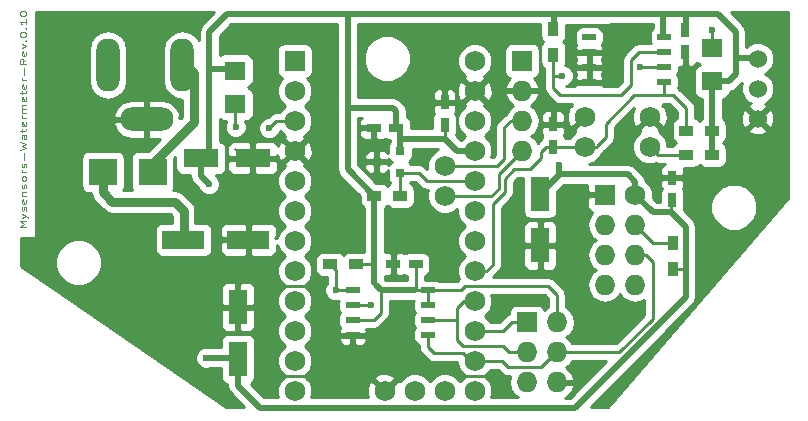
<source format=gtl>
G04 #@! TF.FileFunction,Copper,L1,Top,Signal*
%FSLAX46Y46*%
G04 Gerber Fmt 4.6, Leading zero omitted, Abs format (unit mm)*
G04 Created by KiCad (PCBNEW 4.0.2-stable) date 2-3-2016 10:14:05*
%MOMM*%
G01*
G04 APERTURE LIST*
%ADD10C,0.100000*%
%ADD11C,0.125000*%
%ADD12C,1.727200*%
%ADD13R,1.727200X1.727200*%
%ADD14O,1.727200X1.727200*%
%ADD15R,1.200000X0.750000*%
%ADD16R,0.750000X1.200000*%
%ADD17R,1.200000X0.900000*%
%ADD18R,0.900000X1.200000*%
%ADD19R,0.800100X0.800100*%
%ADD20R,1.143000X0.508000*%
%ADD21R,1.600200X2.999740*%
%ADD22R,2.999740X1.600200*%
%ADD23R,3.599180X1.600200*%
%ADD24C,1.524000*%
%ADD25R,1.800860X1.597660*%
%ADD26R,2.400000X2.300000*%
%ADD27O,2.000000X4.500000*%
%ADD28O,4.500000X2.000000*%
%ADD29C,0.600000*%
%ADD30C,0.250000*%
%ADD31C,0.750000*%
%ADD32C,0.500000*%
%ADD33C,0.254000*%
G04 APERTURE END LIST*
D10*
D11*
X1146190Y15897143D02*
X646190Y15897143D01*
X1003333Y16147143D01*
X646190Y16397143D01*
X1146190Y16397143D01*
X812857Y16682858D02*
X1146190Y16861429D01*
X812857Y17040001D02*
X1146190Y16861429D01*
X1265238Y16790001D01*
X1289048Y16754286D01*
X1312857Y16682858D01*
X1122381Y17290001D02*
X1146190Y17361430D01*
X1146190Y17504287D01*
X1122381Y17575715D01*
X1074762Y17611430D01*
X1050952Y17611430D01*
X1003333Y17575715D01*
X979524Y17504287D01*
X979524Y17397144D01*
X955714Y17325715D01*
X908095Y17290001D01*
X884286Y17290001D01*
X836667Y17325715D01*
X812857Y17397144D01*
X812857Y17504287D01*
X836667Y17575715D01*
X1122381Y18218573D02*
X1146190Y18147144D01*
X1146190Y18004287D01*
X1122381Y17932858D01*
X1074762Y17897144D01*
X884286Y17897144D01*
X836667Y17932858D01*
X812857Y18004287D01*
X812857Y18147144D01*
X836667Y18218573D01*
X884286Y18254287D01*
X931905Y18254287D01*
X979524Y17897144D01*
X812857Y18575715D02*
X1146190Y18575715D01*
X860476Y18575715D02*
X836667Y18611430D01*
X812857Y18682858D01*
X812857Y18790001D01*
X836667Y18861430D01*
X884286Y18897144D01*
X1146190Y18897144D01*
X1122381Y19218572D02*
X1146190Y19290001D01*
X1146190Y19432858D01*
X1122381Y19504286D01*
X1074762Y19540001D01*
X1050952Y19540001D01*
X1003333Y19504286D01*
X979524Y19432858D01*
X979524Y19325715D01*
X955714Y19254286D01*
X908095Y19218572D01*
X884286Y19218572D01*
X836667Y19254286D01*
X812857Y19325715D01*
X812857Y19432858D01*
X836667Y19504286D01*
X1146190Y19968572D02*
X1122381Y19897144D01*
X1098571Y19861429D01*
X1050952Y19825715D01*
X908095Y19825715D01*
X860476Y19861429D01*
X836667Y19897144D01*
X812857Y19968572D01*
X812857Y20075715D01*
X836667Y20147144D01*
X860476Y20182858D01*
X908095Y20218572D01*
X1050952Y20218572D01*
X1098571Y20182858D01*
X1122381Y20147144D01*
X1146190Y20075715D01*
X1146190Y19968572D01*
X1146190Y20540000D02*
X812857Y20540000D01*
X908095Y20540000D02*
X860476Y20575715D01*
X836667Y20611429D01*
X812857Y20682858D01*
X812857Y20754286D01*
X1122381Y20968572D02*
X1146190Y21040001D01*
X1146190Y21182858D01*
X1122381Y21254286D01*
X1074762Y21290001D01*
X1050952Y21290001D01*
X1003333Y21254286D01*
X979524Y21182858D01*
X979524Y21075715D01*
X955714Y21004286D01*
X908095Y20968572D01*
X884286Y20968572D01*
X836667Y21004286D01*
X812857Y21075715D01*
X812857Y21182858D01*
X836667Y21254286D01*
X955714Y21611429D02*
X955714Y22182858D01*
X646190Y22468572D02*
X1146190Y22647143D01*
X789048Y22790000D01*
X1146190Y22932858D01*
X646190Y23111429D01*
X1146190Y23718572D02*
X884286Y23718572D01*
X836667Y23682858D01*
X812857Y23611429D01*
X812857Y23468572D01*
X836667Y23397143D01*
X1122381Y23718572D02*
X1146190Y23647143D01*
X1146190Y23468572D01*
X1122381Y23397143D01*
X1074762Y23361429D01*
X1027143Y23361429D01*
X979524Y23397143D01*
X955714Y23468572D01*
X955714Y23647143D01*
X931905Y23718572D01*
X812857Y23968572D02*
X812857Y24254286D01*
X646190Y24075714D02*
X1074762Y24075714D01*
X1122381Y24111429D01*
X1146190Y24182857D01*
X1146190Y24254286D01*
X1122381Y24790000D02*
X1146190Y24718571D01*
X1146190Y24575714D01*
X1122381Y24504285D01*
X1074762Y24468571D01*
X884286Y24468571D01*
X836667Y24504285D01*
X812857Y24575714D01*
X812857Y24718571D01*
X836667Y24790000D01*
X884286Y24825714D01*
X931905Y24825714D01*
X979524Y24468571D01*
X1146190Y25147142D02*
X812857Y25147142D01*
X908095Y25147142D02*
X860476Y25182857D01*
X836667Y25218571D01*
X812857Y25290000D01*
X812857Y25361428D01*
X1146190Y25611428D02*
X812857Y25611428D01*
X860476Y25611428D02*
X836667Y25647143D01*
X812857Y25718571D01*
X812857Y25825714D01*
X836667Y25897143D01*
X884286Y25932857D01*
X1146190Y25932857D01*
X884286Y25932857D02*
X836667Y25968571D01*
X812857Y26040000D01*
X812857Y26147143D01*
X836667Y26218571D01*
X884286Y26254286D01*
X1146190Y26254286D01*
X1122381Y26897143D02*
X1146190Y26825714D01*
X1146190Y26682857D01*
X1122381Y26611428D01*
X1074762Y26575714D01*
X884286Y26575714D01*
X836667Y26611428D01*
X812857Y26682857D01*
X812857Y26825714D01*
X836667Y26897143D01*
X884286Y26932857D01*
X931905Y26932857D01*
X979524Y26575714D01*
X812857Y27147143D02*
X812857Y27432857D01*
X646190Y27254285D02*
X1074762Y27254285D01*
X1122381Y27290000D01*
X1146190Y27361428D01*
X1146190Y27432857D01*
X1122381Y27968571D02*
X1146190Y27897142D01*
X1146190Y27754285D01*
X1122381Y27682856D01*
X1074762Y27647142D01*
X884286Y27647142D01*
X836667Y27682856D01*
X812857Y27754285D01*
X812857Y27897142D01*
X836667Y27968571D01*
X884286Y28004285D01*
X931905Y28004285D01*
X979524Y27647142D01*
X1146190Y28325713D02*
X812857Y28325713D01*
X908095Y28325713D02*
X860476Y28361428D01*
X836667Y28397142D01*
X812857Y28468571D01*
X812857Y28539999D01*
X955714Y28789999D02*
X955714Y29361428D01*
X1146190Y30147142D02*
X908095Y29897142D01*
X1146190Y29718570D02*
X646190Y29718570D01*
X646190Y30004285D01*
X670000Y30075713D01*
X693810Y30111428D01*
X741429Y30147142D01*
X812857Y30147142D01*
X860476Y30111428D01*
X884286Y30075713D01*
X908095Y30004285D01*
X908095Y29718570D01*
X1122381Y30754285D02*
X1146190Y30682856D01*
X1146190Y30539999D01*
X1122381Y30468570D01*
X1074762Y30432856D01*
X884286Y30432856D01*
X836667Y30468570D01*
X812857Y30539999D01*
X812857Y30682856D01*
X836667Y30754285D01*
X884286Y30789999D01*
X931905Y30789999D01*
X979524Y30432856D01*
X812857Y31039999D02*
X1146190Y31218570D01*
X812857Y31397142D01*
X1098571Y31682856D02*
X1122381Y31718571D01*
X1146190Y31682856D01*
X1122381Y31647142D01*
X1098571Y31682856D01*
X1146190Y31682856D01*
X646190Y32182857D02*
X646190Y32254285D01*
X670000Y32325714D01*
X693810Y32361428D01*
X741429Y32397142D01*
X836667Y32432857D01*
X955714Y32432857D01*
X1050952Y32397142D01*
X1098571Y32361428D01*
X1122381Y32325714D01*
X1146190Y32254285D01*
X1146190Y32182857D01*
X1122381Y32111428D01*
X1098571Y32075714D01*
X1050952Y32039999D01*
X955714Y32004285D01*
X836667Y32004285D01*
X741429Y32039999D01*
X693810Y32075714D01*
X670000Y32111428D01*
X646190Y32182857D01*
X1098571Y32754285D02*
X1122381Y32790000D01*
X1146190Y32754285D01*
X1122381Y32718571D01*
X1098571Y32754285D01*
X1146190Y32754285D01*
X1146190Y33504286D02*
X1146190Y33075714D01*
X1146190Y33290000D02*
X646190Y33290000D01*
X717619Y33218571D01*
X765238Y33147143D01*
X789048Y33075714D01*
X646190Y33968572D02*
X646190Y34040000D01*
X670000Y34111429D01*
X693810Y34147143D01*
X741429Y34182857D01*
X836667Y34218572D01*
X955714Y34218572D01*
X1050952Y34182857D01*
X1098571Y34147143D01*
X1122381Y34111429D01*
X1146190Y34040000D01*
X1146190Y33968572D01*
X1122381Y33897143D01*
X1098571Y33861429D01*
X1050952Y33825714D01*
X955714Y33790000D01*
X836667Y33790000D01*
X741429Y33825714D01*
X693810Y33861429D01*
X670000Y33897143D01*
X646190Y33968572D01*
D12*
X52701900Y18651600D03*
D13*
X50161900Y18651600D03*
D14*
X52701900Y16111600D03*
X50161900Y16111600D03*
X52701900Y13571600D03*
X50161900Y13571600D03*
X52701900Y11031600D03*
X50161900Y11031600D03*
D15*
X32506400Y24303100D03*
X30606400Y24303100D03*
D16*
X36585600Y24579920D03*
X36585600Y26479920D03*
X55870000Y18200000D03*
X55870000Y20100000D03*
D15*
X34132000Y12771500D03*
X32232000Y12771500D03*
D16*
X56984360Y32597840D03*
X56984360Y30697840D03*
X45774360Y22727840D03*
X45774360Y24627840D03*
D13*
X43557900Y7843900D03*
D14*
X46097900Y7843900D03*
X43557900Y5303900D03*
X46097900Y5303900D03*
X43557900Y2763900D03*
X46097900Y2763900D03*
D17*
X30634200Y18575400D03*
X32834200Y18575400D03*
X29104360Y12747840D03*
X26904360Y12747840D03*
X59250000Y22040000D03*
X57050000Y22040000D03*
X59250000Y24080000D03*
X57050000Y24080000D03*
D18*
X45790560Y32725920D03*
X45790560Y30525920D03*
D19*
X32836560Y20495600D03*
X32836560Y22395600D03*
X30837580Y21445600D03*
D20*
X35163200Y10574400D03*
X35163200Y9304400D03*
X35163200Y8034400D03*
X35163200Y6764400D03*
X28813200Y6764400D03*
X28813200Y8034400D03*
X28813200Y9304400D03*
X28813200Y10574400D03*
X55183480Y32006920D03*
X55183480Y30736920D03*
X55183480Y29466920D03*
X55183480Y28196920D03*
X48833480Y28196920D03*
X48833480Y29466920D03*
X48833480Y30736920D03*
X48833480Y32006920D03*
D21*
X19092620Y4740020D03*
X19092620Y9139300D03*
D22*
X15943020Y21747860D03*
X20342300Y21747860D03*
D21*
X44688200Y18755740D03*
X44688200Y14356460D03*
D23*
X14479980Y14854300D03*
X19981620Y14854300D03*
D24*
X63103200Y27643200D03*
X63103200Y25103200D03*
X63103200Y30183200D03*
D12*
X39138300Y2040000D03*
X39138300Y4580000D03*
X39138300Y7120000D03*
X39138300Y9660000D03*
X39138300Y12200000D03*
X39138300Y14740000D03*
X39138300Y17280000D03*
X39138300Y19820000D03*
X39138300Y22360000D03*
X39138300Y24900000D03*
X39138300Y27440000D03*
X39138300Y29980000D03*
X36598300Y2040000D03*
X34058300Y2040000D03*
X31518300Y2040000D03*
D13*
X23898300Y29980000D03*
D12*
X23898300Y27440000D03*
X23898300Y24900000D03*
X23898300Y22360000D03*
X23898300Y19820000D03*
X23898300Y17280000D03*
X23898300Y14740000D03*
X23898300Y12200000D03*
X23898300Y9660000D03*
X23898300Y7120000D03*
X23898300Y4580000D03*
X23898300Y2040000D03*
X36598300Y21090000D03*
X36598300Y18550000D03*
X53960100Y22728300D03*
X53960100Y25268300D03*
X48460100Y22728300D03*
X48460100Y25268300D03*
D13*
X43148960Y30000320D03*
D14*
X43148960Y27460320D03*
X43148960Y24920320D03*
X43148960Y22380320D03*
D25*
X18869100Y29164660D03*
X18869100Y26324940D03*
X59242400Y28242640D03*
X59242400Y31082360D03*
D26*
X11860000Y20570000D03*
X7660000Y20570000D03*
D27*
X14380000Y29630000D03*
X8080000Y29630000D03*
D28*
X11380000Y25030000D03*
D18*
X55890000Y12400000D03*
X55890000Y14600000D03*
D29*
X56960000Y29040000D03*
X1660000Y13510000D03*
X7916620Y9174860D03*
X8140140Y15796640D03*
X63789000Y33028000D03*
X60868000Y22842600D03*
X27844360Y18387840D03*
X30040000Y22900000D03*
X64690700Y18867500D03*
X58720000Y13250000D03*
X4600000Y32800000D03*
X4600000Y26730000D03*
X50650000Y29480000D03*
X47832720Y18687160D03*
X27204360Y4657840D03*
X34439300Y14714600D03*
X34574360Y21977840D03*
X34574360Y18557840D03*
X41249040Y31526860D03*
X27164740Y27945460D03*
X36052200Y31526860D03*
X21160000Y4470000D03*
X47494900Y9863200D03*
X44690000Y9860000D03*
X51139800Y7805800D03*
X41550000Y1700000D03*
X46783700Y14371700D03*
X21734220Y24287860D03*
X30344360Y9337840D03*
X46567800Y28737940D03*
X27352700Y10574400D03*
X14484360Y17251840D03*
X18889420Y24402160D03*
X59255100Y32634300D03*
X53170000Y29460000D03*
X46245220Y21161120D03*
X16382440Y4844160D03*
X16644360Y19537840D03*
D30*
X56984360Y30697840D02*
X56984360Y29064360D01*
X56984360Y29064360D02*
X56960000Y29040000D01*
X1660000Y13510000D02*
X1666740Y13503260D01*
X19981620Y12774040D02*
X19847000Y12639420D01*
X19847000Y12639420D02*
X16857420Y12639420D01*
X19981620Y14854300D02*
X19981620Y12774040D01*
X10962080Y9174860D02*
X7916620Y9174860D01*
X16857420Y12639420D02*
X14426640Y12639420D01*
X14426640Y12639420D02*
X10962080Y9174860D01*
X27844360Y18387840D02*
X26184360Y18387840D01*
X25531296Y17734776D02*
X25531296Y17734912D01*
X26184360Y18387840D02*
X25531296Y17734776D01*
X22348900Y10930000D02*
X25168300Y10930000D01*
X25523900Y11285600D02*
X25531296Y17734912D01*
X25168300Y10930000D02*
X25523900Y11285600D01*
X21813875Y10394975D02*
X22348900Y10930000D01*
X21813875Y9146920D02*
X21813875Y10394975D01*
X64690700Y18867500D02*
X64690700Y19019900D01*
X64690700Y19019900D02*
X64690700Y18867500D01*
X60868000Y22842600D02*
X64690700Y19019900D01*
X60868000Y22842600D02*
X60868000Y21728000D01*
X57160000Y19750000D02*
X58720000Y13250000D01*
X58170000Y20760000D02*
X57160000Y19750000D01*
X59900000Y20760000D02*
X58170000Y20760000D01*
X60868000Y21728000D02*
X59900000Y20760000D01*
X4600000Y26730000D02*
X4600000Y32800000D01*
X48833480Y29466920D02*
X50636920Y29466920D01*
X50636920Y29466920D02*
X50650000Y29480000D01*
X32232000Y12771500D02*
X32232000Y14405480D01*
X32232000Y14405480D02*
X32541120Y14714600D01*
X25894360Y3322700D02*
X25894360Y3347840D01*
X25894360Y3347840D02*
X27204360Y4657840D01*
X34439300Y14714600D02*
X34439300Y18382780D01*
X32541120Y14714600D02*
X34439300Y14714600D01*
X34574360Y18517840D02*
X34574360Y18557840D01*
X34439300Y18382780D02*
X34574360Y18517840D01*
X44688200Y14356460D02*
X46768460Y14356460D01*
X46768460Y14356460D02*
X46783700Y14371700D01*
X21162720Y32296480D02*
X27055520Y32296480D01*
X27055520Y32296480D02*
X27075840Y32316800D01*
X27157120Y32235520D02*
X27164740Y27945460D01*
X27075840Y32316800D02*
X27157120Y32235520D01*
X46783700Y14371700D02*
X46783700Y10315320D01*
X47235820Y9863200D02*
X47494900Y9863200D01*
X46783700Y10315320D02*
X47235820Y9863200D01*
X21813875Y9146920D02*
X19100240Y9146920D01*
X19100240Y9146920D02*
X19092620Y9139300D01*
X21155100Y24988900D02*
X21155100Y32288860D01*
X20342300Y24176100D02*
X21155100Y24988900D01*
X20342300Y21747860D02*
X20342300Y24176100D01*
X21155100Y32288860D02*
X21162720Y32296480D01*
X21813875Y7044186D02*
X21813875Y9146920D01*
X22183800Y3322700D02*
X21752000Y3754500D01*
X25894360Y3322700D02*
X22183800Y3322700D01*
X21134600Y4444600D02*
X21160000Y4470000D01*
X21752000Y3754500D02*
X21134600Y4444600D01*
X21160000Y4470000D02*
X21198100Y4431900D01*
X21160000Y4520800D02*
X21172700Y4508100D01*
X21813875Y7044186D02*
X21160000Y4520800D01*
X47494900Y9863200D02*
X47494900Y9736200D01*
X47494900Y9736200D02*
X49425300Y7805800D01*
X49425300Y7805800D02*
X51139800Y7805800D01*
X41284600Y2725800D02*
X41284600Y2243200D01*
X33499500Y5037200D02*
X34972700Y3564000D01*
X34972700Y3564000D02*
X37665100Y3564000D01*
X37665100Y3564000D02*
X37931800Y3297300D01*
X37931800Y3297300D02*
X40713100Y3297300D01*
X40713100Y3297300D02*
X41284600Y2725800D01*
X31111900Y5037200D02*
X33499500Y5037200D01*
X41284600Y2243200D02*
X41550000Y1700000D01*
X46783700Y14447900D02*
X46783700Y14371700D01*
X46793860Y14458060D02*
X46783700Y14447900D01*
X28813200Y5430900D02*
X28813200Y6764400D01*
X29181500Y5062600D02*
X28813200Y5430900D01*
X31086500Y5062600D02*
X29181500Y5062600D01*
X31111900Y5037200D02*
X31086500Y5062600D01*
X18869100Y22537800D02*
X18856400Y22525100D01*
D31*
X14380000Y29630000D02*
X14700000Y29630000D01*
X14700000Y29630000D02*
X15330000Y29000000D01*
X15330000Y29000000D02*
X15330000Y24820000D01*
X15330000Y24820000D02*
X11860000Y21350000D01*
X11860000Y21350000D02*
X11860000Y20570000D01*
D30*
X21734220Y24287860D02*
X22346360Y24900000D01*
X22346360Y24900000D02*
X23898300Y24900000D01*
X30344360Y9337840D02*
X28846640Y9337840D01*
X28846640Y9337840D02*
X28813200Y9304400D01*
X43545200Y7856600D02*
X42262500Y7856600D01*
X41525900Y7120000D02*
X42262500Y7856600D01*
X41525900Y7120000D02*
X39138300Y7120000D01*
X43545200Y7856600D02*
X43557900Y7843900D01*
X28851300Y9342500D02*
X28813200Y9304400D01*
X30344360Y9337840D02*
X30312610Y9306090D01*
X28819550Y9310750D02*
X28813200Y9304400D01*
X43557900Y7843900D02*
X43557900Y7831200D01*
X37634360Y8037840D02*
X37634360Y6337840D01*
X42033900Y5316600D02*
X43545200Y5316600D01*
X41513200Y5837300D02*
X42033900Y5316600D01*
X40446400Y5837300D02*
X38135000Y5837300D01*
X40446400Y5837300D02*
X41513200Y5837300D01*
X38134900Y5837300D02*
X37634360Y6337840D01*
X38135000Y5837300D02*
X38134900Y5837300D01*
X39138300Y9660000D02*
X38266520Y9660000D01*
X37634360Y9027840D02*
X37634360Y8037840D01*
X37634360Y9027840D02*
X38266520Y9660000D01*
X35163200Y8034400D02*
X37634360Y8034400D01*
X37634360Y8034400D02*
X37634360Y8037840D01*
X43545200Y5316600D02*
X43557900Y5303900D01*
X35175900Y8047100D02*
X35163200Y8034400D01*
X53620000Y13571600D02*
X53620000Y13570000D01*
X54260000Y12930000D02*
X54260000Y8170000D01*
X53620000Y13570000D02*
X54260000Y12930000D01*
X54260000Y8170000D02*
X51393900Y5303900D01*
X35694360Y5217840D02*
X38154360Y5217840D01*
X35694360Y5217840D02*
X35163200Y5749000D01*
X35163200Y6764400D02*
X35163200Y5749000D01*
X38154360Y5217840D02*
X38792200Y4580000D01*
X39138300Y4580000D02*
X38792200Y4580000D01*
X52701900Y13571600D02*
X53620000Y13571600D01*
X51393900Y5303900D02*
X46097900Y5303900D01*
X42097400Y4033900D02*
X41983100Y4033900D01*
X44713600Y4033900D02*
X42097400Y4033900D01*
X45983600Y5303900D02*
X44713600Y4033900D01*
X41449700Y4567300D02*
X39151000Y4567300D01*
X41983100Y4033900D02*
X41449700Y4567300D01*
X39151000Y4567300D02*
X39138300Y4580000D01*
X35239400Y6688200D02*
X35163200Y6764400D01*
X46097900Y5303900D02*
X45983600Y5303900D01*
X46097900Y5303900D02*
X46110600Y5303900D01*
X46097900Y5303900D02*
X46097900Y5037200D01*
X39151000Y4567300D02*
X39138300Y4580000D01*
X32836560Y20495600D02*
X32836560Y18577760D01*
X32836560Y18577760D02*
X32834200Y18575400D01*
X32836560Y20495600D02*
X34386000Y20495600D01*
X35061600Y19820000D02*
X39138300Y19820000D01*
X34386000Y20495600D02*
X35061600Y19820000D01*
X50536780Y27076780D02*
X51533220Y27076780D01*
X54096360Y30736920D02*
X53030000Y30736920D01*
X45760080Y28710000D02*
X45760080Y27716860D01*
X50536780Y27076780D02*
X46400160Y27076780D01*
X46400160Y27076780D02*
X45760080Y27716860D01*
X54096360Y30736920D02*
X55183480Y30736920D01*
X52360000Y30066920D02*
X53030000Y30736920D01*
X52360000Y27903560D02*
X52360000Y30066920D01*
X51533220Y27076780D02*
X52360000Y27903560D01*
X45760080Y28710000D02*
X45760080Y30495440D01*
X45760080Y30495440D02*
X45790560Y30525920D01*
X46567800Y28737940D02*
X46539860Y28710000D01*
X46539860Y28710000D02*
X45760080Y28710000D01*
X27352700Y10574400D02*
X27352700Y12299500D01*
X27352700Y12299500D02*
X26904360Y12747840D01*
X28813200Y10574400D02*
X27352700Y10574400D01*
X52701900Y16111600D02*
X52748400Y16111600D01*
X52748400Y16111600D02*
X54260000Y14600000D01*
X54260000Y14600000D02*
X55890000Y14600000D01*
D31*
X14484360Y17251840D02*
X14484360Y17305640D01*
X7660000Y18870000D02*
X7660000Y20570000D01*
X8470000Y18060000D02*
X7660000Y18870000D01*
X13730000Y18060000D02*
X8470000Y18060000D01*
X14484360Y17305640D02*
X13730000Y18060000D01*
X14484360Y17251840D02*
X14484360Y14858680D01*
X14484360Y14858680D02*
X14479980Y14854300D01*
D32*
X14479980Y17247840D02*
X14480360Y17247840D01*
X14480360Y17247840D02*
X14484360Y17251840D01*
D30*
X50230480Y24670480D02*
X50230480Y23513960D01*
X52752700Y27097100D02*
X53875380Y27097100D01*
X49464360Y22747840D02*
X50230480Y23513960D01*
X48460100Y22728300D02*
X49464360Y22728300D01*
X49464360Y22728300D02*
X49464360Y22747840D01*
X53875380Y27097100D02*
X55140000Y27097100D01*
X52752700Y27097100D02*
X52690000Y27097100D01*
X52657100Y27097100D02*
X50230480Y24670480D01*
X52690000Y27097100D02*
X52657100Y27097100D01*
X55140000Y27097100D02*
X55140000Y28153440D01*
X55140000Y28153440D02*
X55183480Y28196920D01*
X55897600Y27097100D02*
X55912900Y27097100D01*
X55912900Y27097100D02*
X57050000Y25960000D01*
X57050000Y25960000D02*
X57050000Y24080000D01*
X55140000Y27097100D02*
X55897600Y27097100D01*
X43794360Y20815680D02*
X43812200Y20815680D01*
X45204360Y22727840D02*
X45774360Y22727840D01*
X44734360Y22257840D02*
X45204360Y22727840D01*
X44734360Y21737840D02*
X44734360Y22257840D01*
X43812200Y20815680D02*
X44734360Y21737840D01*
X48460100Y22728300D02*
X45774820Y22728300D01*
X45774820Y22728300D02*
X45774360Y22727840D01*
X43270880Y20815680D02*
X42458080Y20815680D01*
X40649600Y12728320D02*
X40121280Y12200000D01*
X40649600Y17869280D02*
X40649600Y12728320D01*
X41665600Y18885280D02*
X40649600Y17869280D01*
X41665600Y20023200D02*
X41665600Y18885280D01*
X42458080Y20815680D02*
X41665600Y20023200D01*
X43794360Y20815680D02*
X43270880Y20815680D01*
X40121280Y12200000D02*
X39138300Y12200000D01*
X18869100Y26324940D02*
X18869100Y24422480D01*
X18869100Y24422480D02*
X18889420Y24402160D01*
X59242400Y32647000D02*
X59242400Y32748600D01*
X59255100Y32634300D02*
X59242400Y32647000D01*
X59242400Y31082360D02*
X59242400Y32748600D01*
X57050000Y22040000D02*
X54648400Y22040000D01*
X54648400Y22040000D02*
X53960100Y22728300D01*
X53176920Y29466920D02*
X53170000Y29460000D01*
X53176920Y29466920D02*
X55183480Y29466920D01*
X55794500Y17155500D02*
X55794500Y18124500D01*
X55794500Y18124500D02*
X55870000Y18200000D01*
X56990000Y12400000D02*
X55890000Y12400000D01*
D32*
X55559400Y8569400D02*
X55569400Y8569400D01*
X52701900Y18651600D02*
X54198000Y17155500D01*
X47614797Y624797D02*
X55559400Y8569400D01*
X20923960Y637920D02*
X47614797Y594797D01*
X19092620Y2469260D02*
X19092620Y4740020D01*
X19092620Y2469260D02*
X20923960Y637920D01*
X47614797Y594797D02*
X47614797Y624797D01*
X55794500Y17155500D02*
X54198000Y17155500D01*
X56990000Y15960000D02*
X55794500Y17155500D01*
X56990000Y9990000D02*
X56990000Y12400000D01*
X56990000Y12400000D02*
X56990000Y15960000D01*
X55569400Y8569400D02*
X56990000Y9990000D01*
X46245220Y20376260D02*
X46245220Y20312760D01*
X46245220Y20312760D02*
X44688200Y18755740D01*
X46245220Y21161120D02*
X46245220Y20376260D01*
X46247760Y20378800D02*
X52092300Y20378800D01*
X46245220Y20376260D02*
X46247760Y20378800D01*
X44688200Y19604100D02*
X44688200Y18755740D01*
X52701900Y19769200D02*
X52092300Y20378800D01*
X52701900Y18651600D02*
X52701900Y19769200D01*
X18988480Y4844160D02*
X16382440Y4844160D01*
X18988480Y4844160D02*
X19092620Y4740020D01*
X45059040Y18755740D02*
X44688200Y18755740D01*
D30*
X44878700Y18829400D02*
X44878700Y18781140D01*
D32*
X52701900Y18651600D02*
X52714600Y18651600D01*
X61236300Y30259400D02*
X61236300Y32418400D01*
X59694912Y33959788D02*
X57004281Y33959788D01*
X61236300Y32418400D02*
X59694912Y33959788D01*
X59250000Y24080000D02*
X59250000Y22040000D01*
X59242400Y28242640D02*
X59242400Y24087600D01*
X59242400Y24087600D02*
X59250000Y24080000D01*
D30*
X30634200Y12787840D02*
X29144360Y12787840D01*
X29144360Y12787840D02*
X29104360Y12747840D01*
X38384360Y10904600D02*
X38291120Y10904600D01*
X37960920Y10574400D02*
X35870920Y10574400D01*
X38291120Y10904600D02*
X37960920Y10574400D01*
D32*
X28396640Y23545560D02*
X28396640Y20812960D01*
X28396640Y26037840D02*
X28396640Y23545560D01*
X28396640Y20812960D02*
X30634200Y18575400D01*
X28396640Y26037840D02*
X32194360Y26037840D01*
X32506400Y25725800D02*
X32506400Y24303100D01*
X32194360Y26037840D02*
X32506400Y25725800D01*
X30634200Y18575400D02*
X30634200Y14617840D01*
X30634200Y14617840D02*
X30634200Y12787840D01*
X30634200Y12787840D02*
X30634200Y11138000D01*
D30*
X34132000Y12771500D02*
X34132000Y10612040D01*
X34132000Y10612040D02*
X34094360Y10574400D01*
X35163200Y10574400D02*
X34094360Y10574400D01*
D32*
X34094360Y10574400D02*
X32144360Y10574400D01*
X32144360Y10574400D02*
X31197800Y10574400D01*
D30*
X31197800Y10574400D02*
X31197800Y8651280D01*
X28813200Y8034400D02*
X30580920Y8034400D01*
X31197800Y8651280D02*
X30580920Y8034400D01*
D32*
X31197800Y10574400D02*
X30744360Y11027840D01*
D30*
X35163200Y10574400D02*
X34737800Y10574400D01*
X45374000Y10904600D02*
X38384360Y10904600D01*
X46097900Y10180700D02*
X45374000Y10904600D01*
X46097900Y10180700D02*
X46097900Y7843900D01*
X35163200Y10574400D02*
X35870920Y10574400D01*
D32*
X57004281Y33959788D02*
X57004281Y32617761D01*
X57004281Y32617761D02*
X56984360Y32597840D01*
X15943020Y21747860D02*
X15943020Y20239180D01*
X15943020Y20239180D02*
X16644360Y19537840D01*
X28396640Y33952600D02*
X45826026Y33952600D01*
X28396640Y33952600D02*
X28396640Y26037840D01*
D30*
X36598300Y23376000D02*
X36598300Y24567220D01*
X36598300Y24567220D02*
X36585600Y24579920D01*
D32*
X32836560Y23376000D02*
X36598300Y23376000D01*
X36725300Y23249000D02*
X37614300Y22360000D01*
X37614300Y22360000D02*
X39138300Y22360000D01*
X36598300Y23376000D02*
X36725300Y23249000D01*
X55076739Y33957683D02*
X55076739Y32113661D01*
X55076739Y32113661D02*
X55183480Y32006920D01*
X45831039Y33947587D02*
X45831039Y32766399D01*
X45831039Y32766399D02*
X45790560Y32725920D01*
X15943020Y21747860D02*
X15943020Y21498940D01*
X16661840Y29268800D02*
X16661840Y22466680D01*
X16661840Y22466680D02*
X15943020Y21747860D01*
X32531800Y24277700D02*
X32506400Y24303100D01*
D30*
X28805400Y8042200D02*
X28813200Y8034400D01*
D32*
X45831039Y33947587D02*
X55076739Y33957683D01*
X55076739Y33957683D02*
X57004281Y33959788D01*
X28396640Y33952600D02*
X18155400Y33952600D01*
X16661840Y32459040D02*
X16661840Y29268800D01*
X18155400Y33952600D02*
X16661840Y32459040D01*
X30608800Y18550000D02*
X30634200Y18575400D01*
X16661840Y29268800D02*
X18764960Y29268800D01*
X18764960Y29268800D02*
X18869100Y29164660D01*
X61236300Y30259400D02*
X63027000Y30259400D01*
X63027000Y30259400D02*
X63103200Y30183200D01*
X61236300Y28837000D02*
X61236300Y30259400D01*
X60641940Y28242640D02*
X59242400Y28242640D01*
X61236300Y28837000D02*
X60641940Y28242640D01*
D30*
X30532600Y18677000D02*
X30634200Y18575400D01*
D32*
X32836560Y22395600D02*
X32836560Y22944200D01*
X32836560Y22944200D02*
X32836560Y23376000D01*
X32836560Y23376000D02*
X32836560Y23972940D01*
D30*
X35163200Y10574400D02*
X35163200Y9304400D01*
X28805400Y8042200D02*
X28813200Y8034400D01*
X40174620Y21090000D02*
X41016520Y21090000D01*
X42284360Y24907840D02*
X42284360Y24920320D01*
X42204360Y24907840D02*
X42284360Y24907840D01*
X41644360Y24347840D02*
X42204360Y24907840D01*
X41644360Y21717840D02*
X41644360Y24347840D01*
X41016520Y21090000D02*
X41644360Y21717840D01*
X36598300Y21090000D02*
X40174620Y21090000D01*
X42284360Y24920320D02*
X43148960Y24920320D01*
X36598300Y18550000D02*
X40537840Y18550000D01*
X41165220Y20396580D02*
X43148960Y22380320D01*
X41165220Y19177380D02*
X41165220Y20396580D01*
X40537840Y18550000D02*
X41165220Y19177380D01*
D33*
G36*
X65626900Y18405823D02*
X50397813Y703400D01*
X48944980Y703400D01*
X56165051Y7923472D01*
X56195190Y7943610D01*
X57615787Y9364208D01*
X57615790Y9364210D01*
X57807633Y9651325D01*
X57828607Y9756767D01*
X57875001Y9990000D01*
X57875000Y9990005D01*
X57875000Y15960000D01*
X57807633Y16298675D01*
X57615790Y16585790D01*
X57615787Y16585792D01*
X56997188Y17204391D01*
X59098557Y17204391D01*
X59400118Y16474557D01*
X59958020Y15915681D01*
X60687327Y15612846D01*
X61477009Y15612157D01*
X62206843Y15913718D01*
X62765719Y16471620D01*
X63068554Y17200927D01*
X63069243Y17990609D01*
X62767682Y18720443D01*
X62209780Y19279319D01*
X61480473Y19582154D01*
X60690791Y19582843D01*
X59960957Y19281282D01*
X59402081Y18723380D01*
X59099246Y17994073D01*
X59098557Y17204391D01*
X56997188Y17204391D01*
X56843458Y17358121D01*
X56892440Y17600000D01*
X56892440Y18800000D01*
X56848162Y19035317D01*
X56781671Y19138646D01*
X56783327Y19140302D01*
X56880000Y19373691D01*
X56880000Y19814250D01*
X56721250Y19973000D01*
X55997000Y19973000D01*
X55997000Y19953000D01*
X55743000Y19953000D01*
X55743000Y19973000D01*
X55018750Y19973000D01*
X54860000Y19814250D01*
X54860000Y19373691D01*
X54956673Y19140302D01*
X54958043Y19138932D01*
X54898569Y19051890D01*
X54847560Y18800000D01*
X54847560Y18040500D01*
X54564579Y18040500D01*
X54200285Y18404795D01*
X54200759Y18948382D01*
X53973092Y19499380D01*
X53557826Y19915371D01*
X53519534Y20107874D01*
X53381779Y20314039D01*
X53327690Y20394990D01*
X53327687Y20394992D01*
X52718090Y21004590D01*
X52671542Y21035692D01*
X52430975Y21196433D01*
X52374784Y21207610D01*
X52092300Y21263801D01*
X52092295Y21263800D01*
X48840037Y21263800D01*
X49307880Y21457108D01*
X49729810Y21878303D01*
X49805027Y22059446D01*
X50001761Y22190899D01*
X50041108Y22249786D01*
X50767881Y22976559D01*
X50932628Y23223120D01*
X50990480Y23513960D01*
X50990480Y24355678D01*
X52629713Y25994911D01*
X52449852Y25500270D01*
X52476042Y24904665D01*
X52653584Y24476041D01*
X52906295Y24394100D01*
X53780495Y25268300D01*
X53766353Y25282442D01*
X53945958Y25462047D01*
X53960100Y25447905D01*
X53974243Y25462047D01*
X54153848Y25282442D01*
X54139705Y25268300D01*
X55013905Y24394100D01*
X55266616Y24476041D01*
X55470348Y25036330D01*
X55444158Y25631935D01*
X55266616Y26060559D01*
X55013907Y26142499D01*
X55128575Y26257167D01*
X55048642Y26337100D01*
X55598098Y26337100D01*
X56290000Y25645198D01*
X56290000Y25147334D01*
X56214683Y25133162D01*
X55998559Y24994090D01*
X55853569Y24781890D01*
X55802560Y24530000D01*
X55802560Y23630000D01*
X55846838Y23394683D01*
X55985910Y23178559D01*
X56161232Y23058767D01*
X55998559Y22954090D01*
X55893274Y22800000D01*
X55458763Y22800000D01*
X55458959Y23025082D01*
X55231292Y23576080D01*
X54810097Y23998010D01*
X54769563Y24014841D01*
X54834300Y24214495D01*
X53960100Y25088695D01*
X53085900Y24214495D01*
X53150499Y24015267D01*
X53112320Y23999492D01*
X52690390Y23578297D01*
X52461761Y23027698D01*
X52461241Y22431518D01*
X52688908Y21880520D01*
X53110103Y21458590D01*
X53660702Y21229961D01*
X54256882Y21229441D01*
X54466711Y21316140D01*
X54648400Y21280000D01*
X55235908Y21280000D01*
X55135301Y21238327D01*
X54956673Y21059698D01*
X54860000Y20826309D01*
X54860000Y20385750D01*
X55018750Y20227000D01*
X55743000Y20227000D01*
X55743000Y20247000D01*
X55997000Y20247000D01*
X55997000Y20227000D01*
X56721250Y20227000D01*
X56880000Y20385750D01*
X56880000Y20826309D01*
X56831847Y20942560D01*
X57650000Y20942560D01*
X57885317Y20986838D01*
X58101441Y21125910D01*
X58149134Y21195711D01*
X58185910Y21138559D01*
X58398110Y20993569D01*
X58650000Y20942560D01*
X59850000Y20942560D01*
X60085317Y20986838D01*
X60301441Y21125910D01*
X60446431Y21338110D01*
X60497440Y21590000D01*
X60497440Y22490000D01*
X60453162Y22725317D01*
X60314090Y22941441D01*
X60138768Y23061233D01*
X60301441Y23165910D01*
X60446431Y23378110D01*
X60497440Y23630000D01*
X60497440Y24122987D01*
X62302592Y24122987D01*
X62372057Y23880803D01*
X62895502Y23694056D01*
X63450568Y23721838D01*
X63834343Y23880803D01*
X63903808Y24122987D01*
X63103200Y24923595D01*
X62302592Y24122987D01*
X60497440Y24122987D01*
X60497440Y24530000D01*
X60453162Y24765317D01*
X60314090Y24981441D01*
X60127400Y25109001D01*
X60127400Y25310898D01*
X61694056Y25310898D01*
X61721838Y24755832D01*
X61880803Y24372057D01*
X62122987Y24302592D01*
X62923595Y25103200D01*
X63282805Y25103200D01*
X64083413Y24302592D01*
X64325597Y24372057D01*
X64512344Y24895502D01*
X64484562Y25450568D01*
X64325597Y25834343D01*
X64083413Y25903808D01*
X63282805Y25103200D01*
X62923595Y25103200D01*
X62122987Y25903808D01*
X61880803Y25834343D01*
X61694056Y25310898D01*
X60127400Y25310898D01*
X60127400Y26796370D01*
X60142830Y26796370D01*
X60378147Y26840648D01*
X60594271Y26979720D01*
X60739261Y27191920D01*
X60778313Y27384766D01*
X60924424Y27413830D01*
X60980615Y27425007D01*
X61267730Y27616850D01*
X61801072Y28150193D01*
X61706443Y27922300D01*
X61705958Y27366539D01*
X61918190Y26852897D01*
X62310830Y26459571D01*
X62502927Y26379805D01*
X62372057Y26325597D01*
X62302592Y26083413D01*
X63103200Y25282805D01*
X63903808Y26083413D01*
X63834343Y26325597D01*
X63693882Y26375709D01*
X63893503Y26458190D01*
X64286829Y26850830D01*
X64499957Y27364100D01*
X64500442Y27919861D01*
X64288210Y28433503D01*
X63895570Y28826829D01*
X63687688Y28913149D01*
X63893503Y28998190D01*
X64286829Y29390830D01*
X64499957Y29904100D01*
X64500442Y30459861D01*
X64288210Y30973503D01*
X63895570Y31366829D01*
X63382300Y31579957D01*
X62826539Y31580442D01*
X62312897Y31368210D01*
X62121300Y31176947D01*
X62121300Y32418395D01*
X62121301Y32418400D01*
X62053933Y32757074D01*
X62053933Y32757075D01*
X61862090Y33044190D01*
X61862087Y33044192D01*
X60808380Y34097900D01*
X65626900Y34097900D01*
X65626900Y18405823D01*
X65626900Y18405823D01*
G37*
X65626900Y18405823D02*
X50397813Y703400D01*
X48944980Y703400D01*
X56165051Y7923472D01*
X56195190Y7943610D01*
X57615787Y9364208D01*
X57615790Y9364210D01*
X57807633Y9651325D01*
X57828607Y9756767D01*
X57875001Y9990000D01*
X57875000Y9990005D01*
X57875000Y15960000D01*
X57807633Y16298675D01*
X57615790Y16585790D01*
X57615787Y16585792D01*
X56997188Y17204391D01*
X59098557Y17204391D01*
X59400118Y16474557D01*
X59958020Y15915681D01*
X60687327Y15612846D01*
X61477009Y15612157D01*
X62206843Y15913718D01*
X62765719Y16471620D01*
X63068554Y17200927D01*
X63069243Y17990609D01*
X62767682Y18720443D01*
X62209780Y19279319D01*
X61480473Y19582154D01*
X60690791Y19582843D01*
X59960957Y19281282D01*
X59402081Y18723380D01*
X59099246Y17994073D01*
X59098557Y17204391D01*
X56997188Y17204391D01*
X56843458Y17358121D01*
X56892440Y17600000D01*
X56892440Y18800000D01*
X56848162Y19035317D01*
X56781671Y19138646D01*
X56783327Y19140302D01*
X56880000Y19373691D01*
X56880000Y19814250D01*
X56721250Y19973000D01*
X55997000Y19973000D01*
X55997000Y19953000D01*
X55743000Y19953000D01*
X55743000Y19973000D01*
X55018750Y19973000D01*
X54860000Y19814250D01*
X54860000Y19373691D01*
X54956673Y19140302D01*
X54958043Y19138932D01*
X54898569Y19051890D01*
X54847560Y18800000D01*
X54847560Y18040500D01*
X54564579Y18040500D01*
X54200285Y18404795D01*
X54200759Y18948382D01*
X53973092Y19499380D01*
X53557826Y19915371D01*
X53519534Y20107874D01*
X53381779Y20314039D01*
X53327690Y20394990D01*
X53327687Y20394992D01*
X52718090Y21004590D01*
X52671542Y21035692D01*
X52430975Y21196433D01*
X52374784Y21207610D01*
X52092300Y21263801D01*
X52092295Y21263800D01*
X48840037Y21263800D01*
X49307880Y21457108D01*
X49729810Y21878303D01*
X49805027Y22059446D01*
X50001761Y22190899D01*
X50041108Y22249786D01*
X50767881Y22976559D01*
X50932628Y23223120D01*
X50990480Y23513960D01*
X50990480Y24355678D01*
X52629713Y25994911D01*
X52449852Y25500270D01*
X52476042Y24904665D01*
X52653584Y24476041D01*
X52906295Y24394100D01*
X53780495Y25268300D01*
X53766353Y25282442D01*
X53945958Y25462047D01*
X53960100Y25447905D01*
X53974243Y25462047D01*
X54153848Y25282442D01*
X54139705Y25268300D01*
X55013905Y24394100D01*
X55266616Y24476041D01*
X55470348Y25036330D01*
X55444158Y25631935D01*
X55266616Y26060559D01*
X55013907Y26142499D01*
X55128575Y26257167D01*
X55048642Y26337100D01*
X55598098Y26337100D01*
X56290000Y25645198D01*
X56290000Y25147334D01*
X56214683Y25133162D01*
X55998559Y24994090D01*
X55853569Y24781890D01*
X55802560Y24530000D01*
X55802560Y23630000D01*
X55846838Y23394683D01*
X55985910Y23178559D01*
X56161232Y23058767D01*
X55998559Y22954090D01*
X55893274Y22800000D01*
X55458763Y22800000D01*
X55458959Y23025082D01*
X55231292Y23576080D01*
X54810097Y23998010D01*
X54769563Y24014841D01*
X54834300Y24214495D01*
X53960100Y25088695D01*
X53085900Y24214495D01*
X53150499Y24015267D01*
X53112320Y23999492D01*
X52690390Y23578297D01*
X52461761Y23027698D01*
X52461241Y22431518D01*
X52688908Y21880520D01*
X53110103Y21458590D01*
X53660702Y21229961D01*
X54256882Y21229441D01*
X54466711Y21316140D01*
X54648400Y21280000D01*
X55235908Y21280000D01*
X55135301Y21238327D01*
X54956673Y21059698D01*
X54860000Y20826309D01*
X54860000Y20385750D01*
X55018750Y20227000D01*
X55743000Y20227000D01*
X55743000Y20247000D01*
X55997000Y20247000D01*
X55997000Y20227000D01*
X56721250Y20227000D01*
X56880000Y20385750D01*
X56880000Y20826309D01*
X56831847Y20942560D01*
X57650000Y20942560D01*
X57885317Y20986838D01*
X58101441Y21125910D01*
X58149134Y21195711D01*
X58185910Y21138559D01*
X58398110Y20993569D01*
X58650000Y20942560D01*
X59850000Y20942560D01*
X60085317Y20986838D01*
X60301441Y21125910D01*
X60446431Y21338110D01*
X60497440Y21590000D01*
X60497440Y22490000D01*
X60453162Y22725317D01*
X60314090Y22941441D01*
X60138768Y23061233D01*
X60301441Y23165910D01*
X60446431Y23378110D01*
X60497440Y23630000D01*
X60497440Y24122987D01*
X62302592Y24122987D01*
X62372057Y23880803D01*
X62895502Y23694056D01*
X63450568Y23721838D01*
X63834343Y23880803D01*
X63903808Y24122987D01*
X63103200Y24923595D01*
X62302592Y24122987D01*
X60497440Y24122987D01*
X60497440Y24530000D01*
X60453162Y24765317D01*
X60314090Y24981441D01*
X60127400Y25109001D01*
X60127400Y25310898D01*
X61694056Y25310898D01*
X61721838Y24755832D01*
X61880803Y24372057D01*
X62122987Y24302592D01*
X62923595Y25103200D01*
X63282805Y25103200D01*
X64083413Y24302592D01*
X64325597Y24372057D01*
X64512344Y24895502D01*
X64484562Y25450568D01*
X64325597Y25834343D01*
X64083413Y25903808D01*
X63282805Y25103200D01*
X62923595Y25103200D01*
X62122987Y25903808D01*
X61880803Y25834343D01*
X61694056Y25310898D01*
X60127400Y25310898D01*
X60127400Y26796370D01*
X60142830Y26796370D01*
X60378147Y26840648D01*
X60594271Y26979720D01*
X60739261Y27191920D01*
X60778313Y27384766D01*
X60924424Y27413830D01*
X60980615Y27425007D01*
X61267730Y27616850D01*
X61801072Y28150193D01*
X61706443Y27922300D01*
X61705958Y27366539D01*
X61918190Y26852897D01*
X62310830Y26459571D01*
X62502927Y26379805D01*
X62372057Y26325597D01*
X62302592Y26083413D01*
X63103200Y25282805D01*
X63903808Y26083413D01*
X63834343Y26325597D01*
X63693882Y26375709D01*
X63893503Y26458190D01*
X64286829Y26850830D01*
X64499957Y27364100D01*
X64500442Y27919861D01*
X64288210Y28433503D01*
X63895570Y28826829D01*
X63687688Y28913149D01*
X63893503Y28998190D01*
X64286829Y29390830D01*
X64499957Y29904100D01*
X64500442Y30459861D01*
X64288210Y30973503D01*
X63895570Y31366829D01*
X63382300Y31579957D01*
X62826539Y31580442D01*
X62312897Y31368210D01*
X62121300Y31176947D01*
X62121300Y32418395D01*
X62121301Y32418400D01*
X62053933Y32757074D01*
X62053933Y32757075D01*
X61862090Y33044190D01*
X61862087Y33044192D01*
X60808380Y34097900D01*
X65626900Y34097900D01*
X65626900Y18405823D01*
G36*
X16036050Y33084830D02*
X15844207Y32797715D01*
X15844207Y32797714D01*
X15776839Y32459040D01*
X15776840Y32459035D01*
X15776840Y31732376D01*
X15536120Y32092640D01*
X15005687Y32447063D01*
X14380000Y32571520D01*
X13754313Y32447063D01*
X13223880Y32092640D01*
X12869457Y31562207D01*
X12745000Y30936520D01*
X12745000Y28323480D01*
X12869457Y27697793D01*
X13223880Y27167360D01*
X13754313Y26812937D01*
X14320000Y26700415D01*
X14320000Y25238356D01*
X14238646Y25157002D01*
X14100778Y25157002D01*
X14220124Y25410434D01*
X14189144Y25538355D01*
X13875922Y26096317D01*
X13373020Y26491942D01*
X12757000Y26665000D01*
X11507000Y26665000D01*
X11507000Y25157000D01*
X11527000Y25157000D01*
X11527000Y24903000D01*
X11507000Y24903000D01*
X11507000Y23395000D01*
X12476644Y23395000D01*
X11449084Y22367440D01*
X10660000Y22367440D01*
X10424683Y22323162D01*
X10208559Y22184090D01*
X10063569Y21971890D01*
X10012560Y21720000D01*
X10012560Y19420000D01*
X10056838Y19184683D01*
X10130634Y19070000D01*
X9389395Y19070000D01*
X9456431Y19168110D01*
X9507440Y19420000D01*
X9507440Y21720000D01*
X9463162Y21955317D01*
X9324090Y22171441D01*
X9111890Y22316431D01*
X8860000Y22367440D01*
X6460000Y22367440D01*
X6224683Y22323162D01*
X6008559Y22184090D01*
X5863569Y21971890D01*
X5812560Y21720000D01*
X5812560Y19420000D01*
X5856838Y19184683D01*
X5995910Y18968559D01*
X6208110Y18823569D01*
X6460000Y18772560D01*
X6669382Y18772560D01*
X6726882Y18483490D01*
X6945822Y18155822D01*
X7755822Y17345822D01*
X8083490Y17126882D01*
X8470000Y17050000D01*
X13311644Y17050000D01*
X13474360Y16887284D01*
X13474360Y16301840D01*
X12680390Y16301840D01*
X12445073Y16257562D01*
X12228949Y16118490D01*
X12083959Y15906290D01*
X12032950Y15654400D01*
X12032950Y14054200D01*
X12077228Y13818883D01*
X12216300Y13602759D01*
X12428500Y13457769D01*
X12680390Y13406760D01*
X16279570Y13406760D01*
X16514887Y13451038D01*
X16731011Y13590110D01*
X16876001Y13802310D01*
X16927010Y14054200D01*
X16927010Y14568550D01*
X17547030Y14568550D01*
X17547030Y13927890D01*
X17643703Y13694501D01*
X17822332Y13515873D01*
X18055721Y13419200D01*
X19695870Y13419200D01*
X19854620Y13577950D01*
X19854620Y14727300D01*
X17705780Y14727300D01*
X17547030Y14568550D01*
X16927010Y14568550D01*
X16927010Y15654400D01*
X16903244Y15780710D01*
X17547030Y15780710D01*
X17547030Y15140050D01*
X17705780Y14981300D01*
X19854620Y14981300D01*
X19854620Y16130650D01*
X19695870Y16289400D01*
X18055721Y16289400D01*
X17822332Y16192727D01*
X17643703Y16014099D01*
X17547030Y15780710D01*
X16903244Y15780710D01*
X16882732Y15889717D01*
X16743660Y16105841D01*
X16531460Y16250831D01*
X16279570Y16301840D01*
X15494360Y16301840D01*
X15494360Y17305640D01*
X15417478Y17692150D01*
X15198538Y18019818D01*
X14444178Y18774178D01*
X14116510Y18993118D01*
X13730000Y19070000D01*
X13589395Y19070000D01*
X13656431Y19168110D01*
X13707440Y19420000D01*
X13707440Y21720000D01*
X13699667Y21761311D01*
X13795710Y21857354D01*
X13795710Y20947760D01*
X13839988Y20712443D01*
X13979060Y20496319D01*
X14191260Y20351329D01*
X14443150Y20300320D01*
X15058020Y20300320D01*
X15058020Y20239185D01*
X15058019Y20239180D01*
X15107297Y19991450D01*
X15125387Y19900505D01*
X15237737Y19732361D01*
X15317230Y19613390D01*
X15801615Y19129005D01*
X15851243Y19008897D01*
X16114033Y18745648D01*
X16457561Y18603002D01*
X16829527Y18602678D01*
X17173303Y18744723D01*
X17436552Y19007513D01*
X17579198Y19351041D01*
X17579522Y19723007D01*
X17437477Y20066783D01*
X17204347Y20300320D01*
X17442890Y20300320D01*
X17678207Y20344598D01*
X17894331Y20483670D01*
X18039321Y20695870D01*
X18090330Y20947760D01*
X18090330Y21462110D01*
X18207430Y21462110D01*
X18207430Y20821450D01*
X18304103Y20588061D01*
X18482732Y20409433D01*
X18716121Y20312760D01*
X20056550Y20312760D01*
X20215300Y20471510D01*
X20215300Y21620860D01*
X20469300Y21620860D01*
X20469300Y20471510D01*
X20628050Y20312760D01*
X21968479Y20312760D01*
X22201868Y20409433D01*
X22380497Y20588061D01*
X22477170Y20821450D01*
X22477170Y21462110D01*
X22318420Y21620860D01*
X20469300Y21620860D01*
X20215300Y21620860D01*
X18366180Y21620860D01*
X18207430Y21462110D01*
X18090330Y21462110D01*
X18090330Y22547960D01*
X18066564Y22674270D01*
X18207430Y22674270D01*
X18207430Y22033610D01*
X18366180Y21874860D01*
X20215300Y21874860D01*
X20215300Y23024210D01*
X20469300Y23024210D01*
X20469300Y21874860D01*
X22318420Y21874860D01*
X22421764Y21978204D01*
X22591784Y21567741D01*
X22844495Y21485800D01*
X23718695Y22360000D01*
X24077905Y22360000D01*
X24952105Y21485800D01*
X25204816Y21567741D01*
X25408548Y22128030D01*
X25382358Y22723635D01*
X25204816Y23152259D01*
X24952105Y23234200D01*
X24077905Y22360000D01*
X23718695Y22360000D01*
X22844495Y23234200D01*
X22591784Y23152259D01*
X22445649Y22750369D01*
X22380497Y22907659D01*
X22201868Y23086287D01*
X21968479Y23182960D01*
X20628050Y23182960D01*
X20469300Y23024210D01*
X20215300Y23024210D01*
X20056550Y23182960D01*
X18716121Y23182960D01*
X18482732Y23086287D01*
X18304103Y22907659D01*
X18207430Y22674270D01*
X18066564Y22674270D01*
X18046052Y22783277D01*
X17906980Y22999401D01*
X17694780Y23144391D01*
X17546840Y23174350D01*
X17546840Y25045794D01*
X17716780Y24929679D01*
X17968670Y24878670D01*
X18074881Y24878670D01*
X17954582Y24588959D01*
X17954258Y24216993D01*
X18096303Y23873217D01*
X18359093Y23609968D01*
X18702621Y23467322D01*
X19074587Y23466998D01*
X19418363Y23609043D01*
X19681612Y23871833D01*
X19777473Y24102693D01*
X20799058Y24102693D01*
X20941103Y23758917D01*
X21203893Y23495668D01*
X21547421Y23353022D01*
X21919387Y23352698D01*
X22263163Y23494743D01*
X22526412Y23757533D01*
X22642412Y24036890D01*
X23048303Y23630290D01*
X23088837Y23613459D01*
X23024100Y23413805D01*
X23898300Y22539605D01*
X24772500Y23413805D01*
X24707901Y23613033D01*
X24746080Y23628808D01*
X25168010Y24050003D01*
X25396639Y24600602D01*
X25397159Y25196782D01*
X25169492Y25747780D01*
X24748297Y26169710D01*
X24747369Y26170095D01*
X25168010Y26590003D01*
X25396639Y27140602D01*
X25397159Y27736782D01*
X25169492Y28287780D01*
X24952775Y28504876D01*
X24997217Y28513238D01*
X25213341Y28652310D01*
X25358331Y28864510D01*
X25409340Y29116400D01*
X25409340Y30843600D01*
X25365062Y31078917D01*
X25225990Y31295041D01*
X25013790Y31440031D01*
X24761900Y31491040D01*
X23034700Y31491040D01*
X22799383Y31446762D01*
X22583259Y31307690D01*
X22438269Y31095490D01*
X22387260Y30843600D01*
X22387260Y29116400D01*
X22431538Y28881083D01*
X22570610Y28664959D01*
X22782810Y28519969D01*
X22846120Y28507148D01*
X22628590Y28289997D01*
X22399961Y27739398D01*
X22399441Y27143218D01*
X22627108Y26592220D01*
X23048303Y26170290D01*
X23049231Y26169905D01*
X22628590Y25749997D01*
X22591220Y25660000D01*
X22346360Y25660000D01*
X22055521Y25602148D01*
X21808959Y25437401D01*
X21594540Y25222982D01*
X21549053Y25223022D01*
X21205277Y25080977D01*
X20942028Y24818187D01*
X20799382Y24474659D01*
X20799058Y24102693D01*
X19777473Y24102693D01*
X19824258Y24215361D01*
X19824582Y24587327D01*
X19704202Y24878670D01*
X19769530Y24878670D01*
X20004847Y24922948D01*
X20220971Y25062020D01*
X20365961Y25274220D01*
X20416970Y25526110D01*
X20416970Y27123770D01*
X20372692Y27359087D01*
X20233620Y27575211D01*
X20021420Y27720201D01*
X19904734Y27743830D01*
X20004847Y27762668D01*
X20220971Y27901740D01*
X20365961Y28113940D01*
X20416970Y28365830D01*
X20416970Y29963490D01*
X20372692Y30198807D01*
X20233620Y30414931D01*
X20021420Y30559921D01*
X19769530Y30610930D01*
X17968670Y30610930D01*
X17733353Y30566652D01*
X17546840Y30446634D01*
X17546840Y32092460D01*
X18521979Y33067600D01*
X27511640Y33067600D01*
X27511640Y20812965D01*
X27511639Y20812960D01*
X27563429Y20552599D01*
X27579007Y20474285D01*
X27686934Y20312760D01*
X27770850Y20187170D01*
X29386760Y18571261D01*
X29386760Y18125400D01*
X29431038Y17890083D01*
X29570110Y17673959D01*
X29749200Y17551592D01*
X29749200Y13836200D01*
X29704360Y13845280D01*
X28504360Y13845280D01*
X28269043Y13801002D01*
X28052919Y13661930D01*
X28005226Y13592129D01*
X27968450Y13649281D01*
X27756250Y13794271D01*
X27504360Y13845280D01*
X26304360Y13845280D01*
X26069043Y13801002D01*
X25852919Y13661930D01*
X25707929Y13449730D01*
X25656920Y13197840D01*
X25656920Y12297840D01*
X25701198Y12062523D01*
X25840270Y11846399D01*
X26052470Y11701409D01*
X26304360Y11650400D01*
X26592700Y11650400D01*
X26592700Y11136863D01*
X26560508Y11104727D01*
X26417862Y10761199D01*
X26417538Y10389233D01*
X26559583Y10045457D01*
X26822373Y9782208D01*
X27165901Y9639562D01*
X27537867Y9639238D01*
X27617274Y9672048D01*
X27594260Y9558400D01*
X27594260Y9050400D01*
X27638538Y8815083D01*
X27732866Y8668493D01*
X27645269Y8540290D01*
X27594260Y8288400D01*
X27594260Y7780400D01*
X27638538Y7545083D01*
X27729304Y7404029D01*
X27703373Y7378098D01*
X27606700Y7144709D01*
X27606700Y7050150D01*
X27765450Y6891400D01*
X28686200Y6891400D01*
X28686200Y6911400D01*
X28940200Y6911400D01*
X28940200Y6891400D01*
X29860950Y6891400D01*
X30019700Y7050150D01*
X30019700Y7144709D01*
X29965980Y7274400D01*
X30580920Y7274400D01*
X30871759Y7332252D01*
X31118321Y7496999D01*
X31735201Y8113879D01*
X31899948Y8360441D01*
X31957800Y8651280D01*
X31957800Y9689400D01*
X33970788Y9689400D01*
X33944260Y9558400D01*
X33944260Y9050400D01*
X33988538Y8815083D01*
X34082866Y8668493D01*
X33995269Y8540290D01*
X33944260Y8288400D01*
X33944260Y7780400D01*
X33988538Y7545083D01*
X34082866Y7398493D01*
X33995269Y7270290D01*
X33944260Y7018400D01*
X33944260Y6510400D01*
X33988538Y6275083D01*
X34127610Y6058959D01*
X34339810Y5913969D01*
X34403200Y5901132D01*
X34403200Y5749000D01*
X34461052Y5458161D01*
X34625799Y5211599D01*
X35156959Y4680439D01*
X35403521Y4515692D01*
X35694360Y4457840D01*
X37639593Y4457840D01*
X37639441Y4283218D01*
X37867108Y3732220D01*
X38288303Y3310290D01*
X38289231Y3309905D01*
X37868590Y2889997D01*
X37868205Y2889069D01*
X37448297Y3309710D01*
X36897698Y3538339D01*
X36301518Y3538859D01*
X35750520Y3311192D01*
X35328590Y2889997D01*
X35328205Y2889069D01*
X34908297Y3309710D01*
X34357698Y3538339D01*
X33761518Y3538859D01*
X33210520Y3311192D01*
X32788590Y2889997D01*
X32771759Y2849463D01*
X32572105Y2914200D01*
X31697905Y2040000D01*
X31712048Y2025857D01*
X31532443Y1846252D01*
X31518300Y1860395D01*
X31504158Y1846252D01*
X31324553Y2025857D01*
X31338695Y2040000D01*
X30464495Y2914200D01*
X30211784Y2832259D01*
X30008052Y2271970D01*
X30034242Y1676365D01*
X30103944Y1508090D01*
X25303312Y1515846D01*
X25396639Y1740602D01*
X25397159Y2336782D01*
X25169492Y2887780D01*
X24963826Y3093805D01*
X30644100Y3093805D01*
X31518300Y2219605D01*
X32392500Y3093805D01*
X32310559Y3346516D01*
X31750270Y3550248D01*
X31154665Y3524058D01*
X30726041Y3346516D01*
X30644100Y3093805D01*
X24963826Y3093805D01*
X24748297Y3309710D01*
X24747369Y3310095D01*
X25168010Y3730003D01*
X25396639Y4280602D01*
X25397159Y4876782D01*
X25169492Y5427780D01*
X24748297Y5849710D01*
X24747369Y5850095D01*
X25168010Y6270003D01*
X25254647Y6478650D01*
X27606700Y6478650D01*
X27606700Y6384091D01*
X27703373Y6150702D01*
X27882001Y5972073D01*
X28115390Y5875400D01*
X28527450Y5875400D01*
X28686200Y6034150D01*
X28686200Y6637400D01*
X28940200Y6637400D01*
X28940200Y6034150D01*
X29098950Y5875400D01*
X29511010Y5875400D01*
X29744399Y5972073D01*
X29923027Y6150702D01*
X30019700Y6384091D01*
X30019700Y6478650D01*
X29860950Y6637400D01*
X28940200Y6637400D01*
X28686200Y6637400D01*
X27765450Y6637400D01*
X27606700Y6478650D01*
X25254647Y6478650D01*
X25396639Y6820602D01*
X25397159Y7416782D01*
X25169492Y7967780D01*
X24748297Y8389710D01*
X24747369Y8390095D01*
X25168010Y8810003D01*
X25396639Y9360602D01*
X25397159Y9956782D01*
X25169492Y10507780D01*
X24748297Y10929710D01*
X24747369Y10930095D01*
X25168010Y11350003D01*
X25396639Y11900602D01*
X25397159Y12496782D01*
X25169492Y13047780D01*
X24748297Y13469710D01*
X24747369Y13470095D01*
X25168010Y13890003D01*
X25396639Y14440602D01*
X25397159Y15036782D01*
X25169492Y15587780D01*
X24748297Y16009710D01*
X24747369Y16010095D01*
X25168010Y16430003D01*
X25396639Y16980602D01*
X25397159Y17576782D01*
X25169492Y18127780D01*
X24748297Y18549710D01*
X24747369Y18550095D01*
X25168010Y18970003D01*
X25396639Y19520602D01*
X25397159Y20116782D01*
X25169492Y20667780D01*
X24748297Y21089710D01*
X24707763Y21106541D01*
X24772500Y21306195D01*
X23898300Y22180395D01*
X23024100Y21306195D01*
X23088699Y21106967D01*
X23050520Y21091192D01*
X22628590Y20669997D01*
X22399961Y20119398D01*
X22399441Y19523218D01*
X22627108Y18972220D01*
X23048303Y18550290D01*
X23049231Y18549905D01*
X22628590Y18129997D01*
X22399961Y17579398D01*
X22399441Y16983218D01*
X22627108Y16432220D01*
X23048303Y16010290D01*
X23049231Y16009905D01*
X22628590Y15589997D01*
X22399961Y15039398D01*
X22399910Y14981302D01*
X22257462Y14981302D01*
X22416210Y15140050D01*
X22416210Y15780710D01*
X22319537Y16014099D01*
X22140908Y16192727D01*
X21907519Y16289400D01*
X20267370Y16289400D01*
X20108620Y16130650D01*
X20108620Y14981300D01*
X20128620Y14981300D01*
X20128620Y14727300D01*
X20108620Y14727300D01*
X20108620Y13577950D01*
X20267370Y13419200D01*
X21907519Y13419200D01*
X22140908Y13515873D01*
X22319537Y13694501D01*
X22416210Y13927890D01*
X22416210Y14402634D01*
X22627108Y13892220D01*
X23048303Y13470290D01*
X23049231Y13469905D01*
X22628590Y13049997D01*
X22399961Y12499398D01*
X22399441Y11903218D01*
X22627108Y11352220D01*
X23048303Y10930290D01*
X23049231Y10929905D01*
X22628590Y10509997D01*
X22399961Y9959398D01*
X22399441Y9363218D01*
X22627108Y8812220D01*
X23048303Y8390290D01*
X23049231Y8389905D01*
X22628590Y7969997D01*
X22399961Y7419398D01*
X22399441Y6823218D01*
X22627108Y6272220D01*
X23048303Y5850290D01*
X23049231Y5849905D01*
X22628590Y5429997D01*
X22399961Y4879398D01*
X22399441Y4283218D01*
X22627108Y3732220D01*
X23048303Y3310290D01*
X23049231Y3309905D01*
X22628590Y2889997D01*
X22399961Y2339398D01*
X22399441Y1743218D01*
X22491512Y1520389D01*
X21291131Y1522328D01*
X20157508Y2655952D01*
X20344161Y2776060D01*
X20489151Y2988260D01*
X20540160Y3240150D01*
X20540160Y6239890D01*
X20495882Y6475207D01*
X20356810Y6691331D01*
X20144610Y6836321D01*
X19892720Y6887330D01*
X18292520Y6887330D01*
X18057203Y6843052D01*
X17841079Y6703980D01*
X17696089Y6491780D01*
X17645080Y6239890D01*
X17645080Y5729160D01*
X16689262Y5729160D01*
X16569239Y5778998D01*
X16197273Y5779322D01*
X15853497Y5637277D01*
X15590248Y5374487D01*
X15447602Y5030959D01*
X15447278Y4658993D01*
X15589323Y4315217D01*
X15852113Y4051968D01*
X16195641Y3909322D01*
X16567607Y3908998D01*
X16689009Y3959160D01*
X17645080Y3959160D01*
X17645080Y3240150D01*
X17689358Y3004833D01*
X17828430Y2788709D01*
X18040630Y2643719D01*
X18207620Y2609903D01*
X18207620Y2469265D01*
X18207619Y2469260D01*
X18257280Y2219605D01*
X18274987Y2130585D01*
X18335514Y2040000D01*
X18466830Y1843470D01*
X19606901Y703400D01*
X18082450Y703400D01*
X6184239Y8853550D01*
X17657520Y8853550D01*
X17657520Y7513121D01*
X17754193Y7279732D01*
X17932821Y7101103D01*
X18166210Y7004430D01*
X18806870Y7004430D01*
X18965620Y7163180D01*
X18965620Y9012300D01*
X19219620Y9012300D01*
X19219620Y7163180D01*
X19378370Y7004430D01*
X20019030Y7004430D01*
X20252419Y7101103D01*
X20431047Y7279732D01*
X20527720Y7513121D01*
X20527720Y8853550D01*
X20368970Y9012300D01*
X19219620Y9012300D01*
X18965620Y9012300D01*
X17816270Y9012300D01*
X17657520Y8853550D01*
X6184239Y8853550D01*
X3393059Y10765479D01*
X17657520Y10765479D01*
X17657520Y9425050D01*
X17816270Y9266300D01*
X18965620Y9266300D01*
X18965620Y11115420D01*
X19219620Y11115420D01*
X19219620Y9266300D01*
X20368970Y9266300D01*
X20527720Y9425050D01*
X20527720Y10765479D01*
X20431047Y10998868D01*
X20252419Y11177497D01*
X20019030Y11274170D01*
X19378370Y11274170D01*
X19219620Y11115420D01*
X18965620Y11115420D01*
X18806870Y11274170D01*
X18166210Y11274170D01*
X17932821Y11177497D01*
X17754193Y10998868D01*
X17657520Y10765479D01*
X3393059Y10765479D01*
X815921Y12530791D01*
X3612257Y12530791D01*
X3913818Y11800957D01*
X4471720Y11242081D01*
X5201027Y10939246D01*
X5990709Y10938557D01*
X6720543Y11240118D01*
X7279419Y11798020D01*
X7582254Y12527327D01*
X7582943Y13317009D01*
X7281382Y14046843D01*
X6723480Y14605719D01*
X5994173Y14908554D01*
X5204491Y14909243D01*
X4474657Y14607682D01*
X3915781Y14049780D01*
X3612946Y13320473D01*
X3612257Y12530791D01*
X815921Y12530791D01*
X703100Y12608072D01*
X703100Y15021072D01*
X1967500Y15021072D01*
X1967500Y24649566D01*
X8539876Y24649566D01*
X8570856Y24521645D01*
X8884078Y23963683D01*
X9386980Y23568058D01*
X10003000Y23395000D01*
X11253000Y23395000D01*
X11253000Y24903000D01*
X8659223Y24903000D01*
X8539876Y24649566D01*
X1967500Y24649566D01*
X1967500Y25410434D01*
X8539876Y25410434D01*
X8659223Y25157000D01*
X11253000Y25157000D01*
X11253000Y26665000D01*
X10003000Y26665000D01*
X9386980Y26491942D01*
X8884078Y26096317D01*
X8570856Y25538355D01*
X8539876Y25410434D01*
X1967500Y25410434D01*
X1967500Y30936520D01*
X6445000Y30936520D01*
X6445000Y28323480D01*
X6569457Y27697793D01*
X6923880Y27167360D01*
X7454313Y26812937D01*
X8080000Y26688480D01*
X8705687Y26812937D01*
X9236120Y27167360D01*
X9590543Y27697793D01*
X9715000Y28323480D01*
X9715000Y30936520D01*
X9590543Y31562207D01*
X9236120Y32092640D01*
X8705687Y32447063D01*
X8080000Y32571520D01*
X7454313Y32447063D01*
X6923880Y32092640D01*
X6569457Y31562207D01*
X6445000Y30936520D01*
X1967500Y30936520D01*
X1967500Y34097900D01*
X17049121Y34097900D01*
X16036050Y33084830D01*
X16036050Y33084830D01*
G37*
X16036050Y33084830D02*
X15844207Y32797715D01*
X15844207Y32797714D01*
X15776839Y32459040D01*
X15776840Y32459035D01*
X15776840Y31732376D01*
X15536120Y32092640D01*
X15005687Y32447063D01*
X14380000Y32571520D01*
X13754313Y32447063D01*
X13223880Y32092640D01*
X12869457Y31562207D01*
X12745000Y30936520D01*
X12745000Y28323480D01*
X12869457Y27697793D01*
X13223880Y27167360D01*
X13754313Y26812937D01*
X14320000Y26700415D01*
X14320000Y25238356D01*
X14238646Y25157002D01*
X14100778Y25157002D01*
X14220124Y25410434D01*
X14189144Y25538355D01*
X13875922Y26096317D01*
X13373020Y26491942D01*
X12757000Y26665000D01*
X11507000Y26665000D01*
X11507000Y25157000D01*
X11527000Y25157000D01*
X11527000Y24903000D01*
X11507000Y24903000D01*
X11507000Y23395000D01*
X12476644Y23395000D01*
X11449084Y22367440D01*
X10660000Y22367440D01*
X10424683Y22323162D01*
X10208559Y22184090D01*
X10063569Y21971890D01*
X10012560Y21720000D01*
X10012560Y19420000D01*
X10056838Y19184683D01*
X10130634Y19070000D01*
X9389395Y19070000D01*
X9456431Y19168110D01*
X9507440Y19420000D01*
X9507440Y21720000D01*
X9463162Y21955317D01*
X9324090Y22171441D01*
X9111890Y22316431D01*
X8860000Y22367440D01*
X6460000Y22367440D01*
X6224683Y22323162D01*
X6008559Y22184090D01*
X5863569Y21971890D01*
X5812560Y21720000D01*
X5812560Y19420000D01*
X5856838Y19184683D01*
X5995910Y18968559D01*
X6208110Y18823569D01*
X6460000Y18772560D01*
X6669382Y18772560D01*
X6726882Y18483490D01*
X6945822Y18155822D01*
X7755822Y17345822D01*
X8083490Y17126882D01*
X8470000Y17050000D01*
X13311644Y17050000D01*
X13474360Y16887284D01*
X13474360Y16301840D01*
X12680390Y16301840D01*
X12445073Y16257562D01*
X12228949Y16118490D01*
X12083959Y15906290D01*
X12032950Y15654400D01*
X12032950Y14054200D01*
X12077228Y13818883D01*
X12216300Y13602759D01*
X12428500Y13457769D01*
X12680390Y13406760D01*
X16279570Y13406760D01*
X16514887Y13451038D01*
X16731011Y13590110D01*
X16876001Y13802310D01*
X16927010Y14054200D01*
X16927010Y14568550D01*
X17547030Y14568550D01*
X17547030Y13927890D01*
X17643703Y13694501D01*
X17822332Y13515873D01*
X18055721Y13419200D01*
X19695870Y13419200D01*
X19854620Y13577950D01*
X19854620Y14727300D01*
X17705780Y14727300D01*
X17547030Y14568550D01*
X16927010Y14568550D01*
X16927010Y15654400D01*
X16903244Y15780710D01*
X17547030Y15780710D01*
X17547030Y15140050D01*
X17705780Y14981300D01*
X19854620Y14981300D01*
X19854620Y16130650D01*
X19695870Y16289400D01*
X18055721Y16289400D01*
X17822332Y16192727D01*
X17643703Y16014099D01*
X17547030Y15780710D01*
X16903244Y15780710D01*
X16882732Y15889717D01*
X16743660Y16105841D01*
X16531460Y16250831D01*
X16279570Y16301840D01*
X15494360Y16301840D01*
X15494360Y17305640D01*
X15417478Y17692150D01*
X15198538Y18019818D01*
X14444178Y18774178D01*
X14116510Y18993118D01*
X13730000Y19070000D01*
X13589395Y19070000D01*
X13656431Y19168110D01*
X13707440Y19420000D01*
X13707440Y21720000D01*
X13699667Y21761311D01*
X13795710Y21857354D01*
X13795710Y20947760D01*
X13839988Y20712443D01*
X13979060Y20496319D01*
X14191260Y20351329D01*
X14443150Y20300320D01*
X15058020Y20300320D01*
X15058020Y20239185D01*
X15058019Y20239180D01*
X15107297Y19991450D01*
X15125387Y19900505D01*
X15237737Y19732361D01*
X15317230Y19613390D01*
X15801615Y19129005D01*
X15851243Y19008897D01*
X16114033Y18745648D01*
X16457561Y18603002D01*
X16829527Y18602678D01*
X17173303Y18744723D01*
X17436552Y19007513D01*
X17579198Y19351041D01*
X17579522Y19723007D01*
X17437477Y20066783D01*
X17204347Y20300320D01*
X17442890Y20300320D01*
X17678207Y20344598D01*
X17894331Y20483670D01*
X18039321Y20695870D01*
X18090330Y20947760D01*
X18090330Y21462110D01*
X18207430Y21462110D01*
X18207430Y20821450D01*
X18304103Y20588061D01*
X18482732Y20409433D01*
X18716121Y20312760D01*
X20056550Y20312760D01*
X20215300Y20471510D01*
X20215300Y21620860D01*
X20469300Y21620860D01*
X20469300Y20471510D01*
X20628050Y20312760D01*
X21968479Y20312760D01*
X22201868Y20409433D01*
X22380497Y20588061D01*
X22477170Y20821450D01*
X22477170Y21462110D01*
X22318420Y21620860D01*
X20469300Y21620860D01*
X20215300Y21620860D01*
X18366180Y21620860D01*
X18207430Y21462110D01*
X18090330Y21462110D01*
X18090330Y22547960D01*
X18066564Y22674270D01*
X18207430Y22674270D01*
X18207430Y22033610D01*
X18366180Y21874860D01*
X20215300Y21874860D01*
X20215300Y23024210D01*
X20469300Y23024210D01*
X20469300Y21874860D01*
X22318420Y21874860D01*
X22421764Y21978204D01*
X22591784Y21567741D01*
X22844495Y21485800D01*
X23718695Y22360000D01*
X24077905Y22360000D01*
X24952105Y21485800D01*
X25204816Y21567741D01*
X25408548Y22128030D01*
X25382358Y22723635D01*
X25204816Y23152259D01*
X24952105Y23234200D01*
X24077905Y22360000D01*
X23718695Y22360000D01*
X22844495Y23234200D01*
X22591784Y23152259D01*
X22445649Y22750369D01*
X22380497Y22907659D01*
X22201868Y23086287D01*
X21968479Y23182960D01*
X20628050Y23182960D01*
X20469300Y23024210D01*
X20215300Y23024210D01*
X20056550Y23182960D01*
X18716121Y23182960D01*
X18482732Y23086287D01*
X18304103Y22907659D01*
X18207430Y22674270D01*
X18066564Y22674270D01*
X18046052Y22783277D01*
X17906980Y22999401D01*
X17694780Y23144391D01*
X17546840Y23174350D01*
X17546840Y25045794D01*
X17716780Y24929679D01*
X17968670Y24878670D01*
X18074881Y24878670D01*
X17954582Y24588959D01*
X17954258Y24216993D01*
X18096303Y23873217D01*
X18359093Y23609968D01*
X18702621Y23467322D01*
X19074587Y23466998D01*
X19418363Y23609043D01*
X19681612Y23871833D01*
X19777473Y24102693D01*
X20799058Y24102693D01*
X20941103Y23758917D01*
X21203893Y23495668D01*
X21547421Y23353022D01*
X21919387Y23352698D01*
X22263163Y23494743D01*
X22526412Y23757533D01*
X22642412Y24036890D01*
X23048303Y23630290D01*
X23088837Y23613459D01*
X23024100Y23413805D01*
X23898300Y22539605D01*
X24772500Y23413805D01*
X24707901Y23613033D01*
X24746080Y23628808D01*
X25168010Y24050003D01*
X25396639Y24600602D01*
X25397159Y25196782D01*
X25169492Y25747780D01*
X24748297Y26169710D01*
X24747369Y26170095D01*
X25168010Y26590003D01*
X25396639Y27140602D01*
X25397159Y27736782D01*
X25169492Y28287780D01*
X24952775Y28504876D01*
X24997217Y28513238D01*
X25213341Y28652310D01*
X25358331Y28864510D01*
X25409340Y29116400D01*
X25409340Y30843600D01*
X25365062Y31078917D01*
X25225990Y31295041D01*
X25013790Y31440031D01*
X24761900Y31491040D01*
X23034700Y31491040D01*
X22799383Y31446762D01*
X22583259Y31307690D01*
X22438269Y31095490D01*
X22387260Y30843600D01*
X22387260Y29116400D01*
X22431538Y28881083D01*
X22570610Y28664959D01*
X22782810Y28519969D01*
X22846120Y28507148D01*
X22628590Y28289997D01*
X22399961Y27739398D01*
X22399441Y27143218D01*
X22627108Y26592220D01*
X23048303Y26170290D01*
X23049231Y26169905D01*
X22628590Y25749997D01*
X22591220Y25660000D01*
X22346360Y25660000D01*
X22055521Y25602148D01*
X21808959Y25437401D01*
X21594540Y25222982D01*
X21549053Y25223022D01*
X21205277Y25080977D01*
X20942028Y24818187D01*
X20799382Y24474659D01*
X20799058Y24102693D01*
X19777473Y24102693D01*
X19824258Y24215361D01*
X19824582Y24587327D01*
X19704202Y24878670D01*
X19769530Y24878670D01*
X20004847Y24922948D01*
X20220971Y25062020D01*
X20365961Y25274220D01*
X20416970Y25526110D01*
X20416970Y27123770D01*
X20372692Y27359087D01*
X20233620Y27575211D01*
X20021420Y27720201D01*
X19904734Y27743830D01*
X20004847Y27762668D01*
X20220971Y27901740D01*
X20365961Y28113940D01*
X20416970Y28365830D01*
X20416970Y29963490D01*
X20372692Y30198807D01*
X20233620Y30414931D01*
X20021420Y30559921D01*
X19769530Y30610930D01*
X17968670Y30610930D01*
X17733353Y30566652D01*
X17546840Y30446634D01*
X17546840Y32092460D01*
X18521979Y33067600D01*
X27511640Y33067600D01*
X27511640Y20812965D01*
X27511639Y20812960D01*
X27563429Y20552599D01*
X27579007Y20474285D01*
X27686934Y20312760D01*
X27770850Y20187170D01*
X29386760Y18571261D01*
X29386760Y18125400D01*
X29431038Y17890083D01*
X29570110Y17673959D01*
X29749200Y17551592D01*
X29749200Y13836200D01*
X29704360Y13845280D01*
X28504360Y13845280D01*
X28269043Y13801002D01*
X28052919Y13661930D01*
X28005226Y13592129D01*
X27968450Y13649281D01*
X27756250Y13794271D01*
X27504360Y13845280D01*
X26304360Y13845280D01*
X26069043Y13801002D01*
X25852919Y13661930D01*
X25707929Y13449730D01*
X25656920Y13197840D01*
X25656920Y12297840D01*
X25701198Y12062523D01*
X25840270Y11846399D01*
X26052470Y11701409D01*
X26304360Y11650400D01*
X26592700Y11650400D01*
X26592700Y11136863D01*
X26560508Y11104727D01*
X26417862Y10761199D01*
X26417538Y10389233D01*
X26559583Y10045457D01*
X26822373Y9782208D01*
X27165901Y9639562D01*
X27537867Y9639238D01*
X27617274Y9672048D01*
X27594260Y9558400D01*
X27594260Y9050400D01*
X27638538Y8815083D01*
X27732866Y8668493D01*
X27645269Y8540290D01*
X27594260Y8288400D01*
X27594260Y7780400D01*
X27638538Y7545083D01*
X27729304Y7404029D01*
X27703373Y7378098D01*
X27606700Y7144709D01*
X27606700Y7050150D01*
X27765450Y6891400D01*
X28686200Y6891400D01*
X28686200Y6911400D01*
X28940200Y6911400D01*
X28940200Y6891400D01*
X29860950Y6891400D01*
X30019700Y7050150D01*
X30019700Y7144709D01*
X29965980Y7274400D01*
X30580920Y7274400D01*
X30871759Y7332252D01*
X31118321Y7496999D01*
X31735201Y8113879D01*
X31899948Y8360441D01*
X31957800Y8651280D01*
X31957800Y9689400D01*
X33970788Y9689400D01*
X33944260Y9558400D01*
X33944260Y9050400D01*
X33988538Y8815083D01*
X34082866Y8668493D01*
X33995269Y8540290D01*
X33944260Y8288400D01*
X33944260Y7780400D01*
X33988538Y7545083D01*
X34082866Y7398493D01*
X33995269Y7270290D01*
X33944260Y7018400D01*
X33944260Y6510400D01*
X33988538Y6275083D01*
X34127610Y6058959D01*
X34339810Y5913969D01*
X34403200Y5901132D01*
X34403200Y5749000D01*
X34461052Y5458161D01*
X34625799Y5211599D01*
X35156959Y4680439D01*
X35403521Y4515692D01*
X35694360Y4457840D01*
X37639593Y4457840D01*
X37639441Y4283218D01*
X37867108Y3732220D01*
X38288303Y3310290D01*
X38289231Y3309905D01*
X37868590Y2889997D01*
X37868205Y2889069D01*
X37448297Y3309710D01*
X36897698Y3538339D01*
X36301518Y3538859D01*
X35750520Y3311192D01*
X35328590Y2889997D01*
X35328205Y2889069D01*
X34908297Y3309710D01*
X34357698Y3538339D01*
X33761518Y3538859D01*
X33210520Y3311192D01*
X32788590Y2889997D01*
X32771759Y2849463D01*
X32572105Y2914200D01*
X31697905Y2040000D01*
X31712048Y2025857D01*
X31532443Y1846252D01*
X31518300Y1860395D01*
X31504158Y1846252D01*
X31324553Y2025857D01*
X31338695Y2040000D01*
X30464495Y2914200D01*
X30211784Y2832259D01*
X30008052Y2271970D01*
X30034242Y1676365D01*
X30103944Y1508090D01*
X25303312Y1515846D01*
X25396639Y1740602D01*
X25397159Y2336782D01*
X25169492Y2887780D01*
X24963826Y3093805D01*
X30644100Y3093805D01*
X31518300Y2219605D01*
X32392500Y3093805D01*
X32310559Y3346516D01*
X31750270Y3550248D01*
X31154665Y3524058D01*
X30726041Y3346516D01*
X30644100Y3093805D01*
X24963826Y3093805D01*
X24748297Y3309710D01*
X24747369Y3310095D01*
X25168010Y3730003D01*
X25396639Y4280602D01*
X25397159Y4876782D01*
X25169492Y5427780D01*
X24748297Y5849710D01*
X24747369Y5850095D01*
X25168010Y6270003D01*
X25254647Y6478650D01*
X27606700Y6478650D01*
X27606700Y6384091D01*
X27703373Y6150702D01*
X27882001Y5972073D01*
X28115390Y5875400D01*
X28527450Y5875400D01*
X28686200Y6034150D01*
X28686200Y6637400D01*
X28940200Y6637400D01*
X28940200Y6034150D01*
X29098950Y5875400D01*
X29511010Y5875400D01*
X29744399Y5972073D01*
X29923027Y6150702D01*
X30019700Y6384091D01*
X30019700Y6478650D01*
X29860950Y6637400D01*
X28940200Y6637400D01*
X28686200Y6637400D01*
X27765450Y6637400D01*
X27606700Y6478650D01*
X25254647Y6478650D01*
X25396639Y6820602D01*
X25397159Y7416782D01*
X25169492Y7967780D01*
X24748297Y8389710D01*
X24747369Y8390095D01*
X25168010Y8810003D01*
X25396639Y9360602D01*
X25397159Y9956782D01*
X25169492Y10507780D01*
X24748297Y10929710D01*
X24747369Y10930095D01*
X25168010Y11350003D01*
X25396639Y11900602D01*
X25397159Y12496782D01*
X25169492Y13047780D01*
X24748297Y13469710D01*
X24747369Y13470095D01*
X25168010Y13890003D01*
X25396639Y14440602D01*
X25397159Y15036782D01*
X25169492Y15587780D01*
X24748297Y16009710D01*
X24747369Y16010095D01*
X25168010Y16430003D01*
X25396639Y16980602D01*
X25397159Y17576782D01*
X25169492Y18127780D01*
X24748297Y18549710D01*
X24747369Y18550095D01*
X25168010Y18970003D01*
X25396639Y19520602D01*
X25397159Y20116782D01*
X25169492Y20667780D01*
X24748297Y21089710D01*
X24707763Y21106541D01*
X24772500Y21306195D01*
X23898300Y22180395D01*
X23024100Y21306195D01*
X23088699Y21106967D01*
X23050520Y21091192D01*
X22628590Y20669997D01*
X22399961Y20119398D01*
X22399441Y19523218D01*
X22627108Y18972220D01*
X23048303Y18550290D01*
X23049231Y18549905D01*
X22628590Y18129997D01*
X22399961Y17579398D01*
X22399441Y16983218D01*
X22627108Y16432220D01*
X23048303Y16010290D01*
X23049231Y16009905D01*
X22628590Y15589997D01*
X22399961Y15039398D01*
X22399910Y14981302D01*
X22257462Y14981302D01*
X22416210Y15140050D01*
X22416210Y15780710D01*
X22319537Y16014099D01*
X22140908Y16192727D01*
X21907519Y16289400D01*
X20267370Y16289400D01*
X20108620Y16130650D01*
X20108620Y14981300D01*
X20128620Y14981300D01*
X20128620Y14727300D01*
X20108620Y14727300D01*
X20108620Y13577950D01*
X20267370Y13419200D01*
X21907519Y13419200D01*
X22140908Y13515873D01*
X22319537Y13694501D01*
X22416210Y13927890D01*
X22416210Y14402634D01*
X22627108Y13892220D01*
X23048303Y13470290D01*
X23049231Y13469905D01*
X22628590Y13049997D01*
X22399961Y12499398D01*
X22399441Y11903218D01*
X22627108Y11352220D01*
X23048303Y10930290D01*
X23049231Y10929905D01*
X22628590Y10509997D01*
X22399961Y9959398D01*
X22399441Y9363218D01*
X22627108Y8812220D01*
X23048303Y8390290D01*
X23049231Y8389905D01*
X22628590Y7969997D01*
X22399961Y7419398D01*
X22399441Y6823218D01*
X22627108Y6272220D01*
X23048303Y5850290D01*
X23049231Y5849905D01*
X22628590Y5429997D01*
X22399961Y4879398D01*
X22399441Y4283218D01*
X22627108Y3732220D01*
X23048303Y3310290D01*
X23049231Y3309905D01*
X22628590Y2889997D01*
X22399961Y2339398D01*
X22399441Y1743218D01*
X22491512Y1520389D01*
X21291131Y1522328D01*
X20157508Y2655952D01*
X20344161Y2776060D01*
X20489151Y2988260D01*
X20540160Y3240150D01*
X20540160Y6239890D01*
X20495882Y6475207D01*
X20356810Y6691331D01*
X20144610Y6836321D01*
X19892720Y6887330D01*
X18292520Y6887330D01*
X18057203Y6843052D01*
X17841079Y6703980D01*
X17696089Y6491780D01*
X17645080Y6239890D01*
X17645080Y5729160D01*
X16689262Y5729160D01*
X16569239Y5778998D01*
X16197273Y5779322D01*
X15853497Y5637277D01*
X15590248Y5374487D01*
X15447602Y5030959D01*
X15447278Y4658993D01*
X15589323Y4315217D01*
X15852113Y4051968D01*
X16195641Y3909322D01*
X16567607Y3908998D01*
X16689009Y3959160D01*
X17645080Y3959160D01*
X17645080Y3240150D01*
X17689358Y3004833D01*
X17828430Y2788709D01*
X18040630Y2643719D01*
X18207620Y2609903D01*
X18207620Y2469265D01*
X18207619Y2469260D01*
X18257280Y2219605D01*
X18274987Y2130585D01*
X18335514Y2040000D01*
X18466830Y1843470D01*
X19606901Y703400D01*
X18082450Y703400D01*
X6184239Y8853550D01*
X17657520Y8853550D01*
X17657520Y7513121D01*
X17754193Y7279732D01*
X17932821Y7101103D01*
X18166210Y7004430D01*
X18806870Y7004430D01*
X18965620Y7163180D01*
X18965620Y9012300D01*
X19219620Y9012300D01*
X19219620Y7163180D01*
X19378370Y7004430D01*
X20019030Y7004430D01*
X20252419Y7101103D01*
X20431047Y7279732D01*
X20527720Y7513121D01*
X20527720Y8853550D01*
X20368970Y9012300D01*
X19219620Y9012300D01*
X18965620Y9012300D01*
X17816270Y9012300D01*
X17657520Y8853550D01*
X6184239Y8853550D01*
X3393059Y10765479D01*
X17657520Y10765479D01*
X17657520Y9425050D01*
X17816270Y9266300D01*
X18965620Y9266300D01*
X18965620Y11115420D01*
X19219620Y11115420D01*
X19219620Y9266300D01*
X20368970Y9266300D01*
X20527720Y9425050D01*
X20527720Y10765479D01*
X20431047Y10998868D01*
X20252419Y11177497D01*
X20019030Y11274170D01*
X19378370Y11274170D01*
X19219620Y11115420D01*
X18965620Y11115420D01*
X18806870Y11274170D01*
X18166210Y11274170D01*
X17932821Y11177497D01*
X17754193Y10998868D01*
X17657520Y10765479D01*
X3393059Y10765479D01*
X815921Y12530791D01*
X3612257Y12530791D01*
X3913818Y11800957D01*
X4471720Y11242081D01*
X5201027Y10939246D01*
X5990709Y10938557D01*
X6720543Y11240118D01*
X7279419Y11798020D01*
X7582254Y12527327D01*
X7582943Y13317009D01*
X7281382Y14046843D01*
X6723480Y14605719D01*
X5994173Y14908554D01*
X5204491Y14909243D01*
X4474657Y14607682D01*
X3915781Y14049780D01*
X3612946Y13320473D01*
X3612257Y12530791D01*
X815921Y12530791D01*
X703100Y12608072D01*
X703100Y15021072D01*
X1967500Y15021072D01*
X1967500Y24649566D01*
X8539876Y24649566D01*
X8570856Y24521645D01*
X8884078Y23963683D01*
X9386980Y23568058D01*
X10003000Y23395000D01*
X11253000Y23395000D01*
X11253000Y24903000D01*
X8659223Y24903000D01*
X8539876Y24649566D01*
X1967500Y24649566D01*
X1967500Y25410434D01*
X8539876Y25410434D01*
X8659223Y25157000D01*
X11253000Y25157000D01*
X11253000Y26665000D01*
X10003000Y26665000D01*
X9386980Y26491942D01*
X8884078Y26096317D01*
X8570856Y25538355D01*
X8539876Y25410434D01*
X1967500Y25410434D01*
X1967500Y30936520D01*
X6445000Y30936520D01*
X6445000Y28323480D01*
X6569457Y27697793D01*
X6923880Y27167360D01*
X7454313Y26812937D01*
X8080000Y26688480D01*
X8705687Y26812937D01*
X9236120Y27167360D01*
X9590543Y27697793D01*
X9715000Y28323480D01*
X9715000Y30936520D01*
X9590543Y31562207D01*
X9236120Y32092640D01*
X8705687Y32447063D01*
X8080000Y32571520D01*
X7454313Y32447063D01*
X6923880Y32092640D01*
X6569457Y31562207D01*
X6445000Y30936520D01*
X1967500Y30936520D01*
X1967500Y34097900D01*
X17049121Y34097900D01*
X16036050Y33084830D01*
G36*
X47218858Y1480438D02*
X46824224Y1481076D01*
X46986390Y1557079D01*
X47380588Y1988953D01*
X47552858Y2404874D01*
X47431717Y2636900D01*
X46224900Y2636900D01*
X46224900Y2616900D01*
X45970900Y2616900D01*
X45970900Y2636900D01*
X45950900Y2636900D01*
X45950900Y2890900D01*
X45970900Y2890900D01*
X45970900Y2910900D01*
X46224900Y2910900D01*
X46224900Y2890900D01*
X47431717Y2890900D01*
X47552858Y3122926D01*
X47380588Y3538847D01*
X46986390Y3970721D01*
X46863672Y4028236D01*
X47186929Y4244230D01*
X47387162Y4543900D01*
X50282320Y4543900D01*
X47218858Y1480438D01*
X47218858Y1480438D01*
G37*
X47218858Y1480438D02*
X46824224Y1481076D01*
X46986390Y1557079D01*
X47380588Y1988953D01*
X47552858Y2404874D01*
X47431717Y2636900D01*
X46224900Y2636900D01*
X46224900Y2616900D01*
X45970900Y2616900D01*
X45970900Y2636900D01*
X45950900Y2636900D01*
X45950900Y2890900D01*
X45970900Y2890900D01*
X45970900Y2910900D01*
X46224900Y2910900D01*
X46224900Y2890900D01*
X47431717Y2890900D01*
X47552858Y3122926D01*
X47380588Y3538847D01*
X46986390Y3970721D01*
X46863672Y4028236D01*
X47186929Y4244230D01*
X47387162Y4543900D01*
X50282320Y4543900D01*
X47218858Y1480438D01*
G36*
X41445699Y3496499D02*
X41692261Y3331752D01*
X41983100Y3273900D01*
X42131386Y3273900D01*
X42029941Y2763900D01*
X42144015Y2190411D01*
X42468871Y1704230D01*
X42793098Y1487588D01*
X40533095Y1491240D01*
X40636639Y1740602D01*
X40637159Y2336782D01*
X40409492Y2887780D01*
X39988297Y3309710D01*
X39987369Y3310095D01*
X40408010Y3730003D01*
X40440107Y3807300D01*
X41134898Y3807300D01*
X41445699Y3496499D01*
X41445699Y3496499D01*
G37*
X41445699Y3496499D02*
X41692261Y3331752D01*
X41983100Y3273900D01*
X42131386Y3273900D01*
X42029941Y2763900D01*
X42144015Y2190411D01*
X42468871Y1704230D01*
X42793098Y1487588D01*
X40533095Y1491240D01*
X40636639Y1740602D01*
X40637159Y2336782D01*
X40409492Y2887780D01*
X39988297Y3309710D01*
X39987369Y3310095D01*
X40408010Y3730003D01*
X40440107Y3807300D01*
X41134898Y3807300D01*
X41445699Y3496499D01*
G36*
X43240660Y17255870D02*
X43284938Y17020553D01*
X43424010Y16804429D01*
X43636210Y16659439D01*
X43888100Y16608430D01*
X45488300Y16608430D01*
X45723617Y16652708D01*
X45939741Y16791780D01*
X46084731Y17003980D01*
X46135740Y17255870D01*
X46135740Y18951701D01*
X46677839Y19493800D01*
X48663300Y19493800D01*
X48663300Y18937350D01*
X48822050Y18778600D01*
X50034900Y18778600D01*
X50034900Y18798600D01*
X50288900Y18798600D01*
X50288900Y18778600D01*
X50308900Y18778600D01*
X50308900Y18524600D01*
X50288900Y18524600D01*
X50288900Y18504600D01*
X50034900Y18504600D01*
X50034900Y18524600D01*
X48822050Y18524600D01*
X48663300Y18365850D01*
X48663300Y17661691D01*
X48759973Y17428302D01*
X48938601Y17249673D01*
X49092426Y17185956D01*
X48777374Y16714448D01*
X48663300Y16140959D01*
X48663300Y16082241D01*
X48777374Y15508752D01*
X49102230Y15022571D01*
X49373072Y14841600D01*
X49102230Y14660629D01*
X48777374Y14174448D01*
X48663300Y13600959D01*
X48663300Y13542241D01*
X48777374Y12968752D01*
X49102230Y12482571D01*
X49373072Y12301600D01*
X49102230Y12120629D01*
X48777374Y11634448D01*
X48663300Y11060959D01*
X48663300Y11002241D01*
X48777374Y10428752D01*
X49102230Y9942571D01*
X49588411Y9617715D01*
X50161900Y9503641D01*
X50735389Y9617715D01*
X51221570Y9942571D01*
X51431900Y10257352D01*
X51642230Y9942571D01*
X52128411Y9617715D01*
X52701900Y9503641D01*
X53275389Y9617715D01*
X53500000Y9767795D01*
X53500000Y8484803D01*
X51079098Y6063900D01*
X47387162Y6063900D01*
X47186929Y6363570D01*
X46872148Y6573900D01*
X47186929Y6784230D01*
X47511785Y7270411D01*
X47625859Y7843900D01*
X47511785Y8417389D01*
X47186929Y8903570D01*
X46857900Y9123420D01*
X46857900Y10180700D01*
X46839540Y10273002D01*
X46800048Y10471540D01*
X46635301Y10718101D01*
X45911401Y11442001D01*
X45664839Y11606748D01*
X45374000Y11664600D01*
X40660682Y11664600D01*
X41187001Y12190919D01*
X41351748Y12437480D01*
X41409600Y12728320D01*
X41409600Y14070710D01*
X43253100Y14070710D01*
X43253100Y12730281D01*
X43349773Y12496892D01*
X43528401Y12318263D01*
X43761790Y12221590D01*
X44402450Y12221590D01*
X44561200Y12380340D01*
X44561200Y14229460D01*
X44815200Y14229460D01*
X44815200Y12380340D01*
X44973950Y12221590D01*
X45614610Y12221590D01*
X45847999Y12318263D01*
X46026627Y12496892D01*
X46123300Y12730281D01*
X46123300Y14070710D01*
X45964550Y14229460D01*
X44815200Y14229460D01*
X44561200Y14229460D01*
X43411850Y14229460D01*
X43253100Y14070710D01*
X41409600Y14070710D01*
X41409600Y15982639D01*
X43253100Y15982639D01*
X43253100Y14642210D01*
X43411850Y14483460D01*
X44561200Y14483460D01*
X44561200Y16332580D01*
X44815200Y16332580D01*
X44815200Y14483460D01*
X45964550Y14483460D01*
X46123300Y14642210D01*
X46123300Y15982639D01*
X46026627Y16216028D01*
X45847999Y16394657D01*
X45614610Y16491330D01*
X44973950Y16491330D01*
X44815200Y16332580D01*
X44561200Y16332580D01*
X44402450Y16491330D01*
X43761790Y16491330D01*
X43528401Y16394657D01*
X43349773Y16216028D01*
X43253100Y15982639D01*
X41409600Y15982639D01*
X41409600Y17554478D01*
X42203001Y18347879D01*
X42367748Y18594441D01*
X42425600Y18885280D01*
X42425600Y19708398D01*
X42772882Y20055680D01*
X43240660Y20055680D01*
X43240660Y17255870D01*
X43240660Y17255870D01*
G37*
X43240660Y17255870D02*
X43284938Y17020553D01*
X43424010Y16804429D01*
X43636210Y16659439D01*
X43888100Y16608430D01*
X45488300Y16608430D01*
X45723617Y16652708D01*
X45939741Y16791780D01*
X46084731Y17003980D01*
X46135740Y17255870D01*
X46135740Y18951701D01*
X46677839Y19493800D01*
X48663300Y19493800D01*
X48663300Y18937350D01*
X48822050Y18778600D01*
X50034900Y18778600D01*
X50034900Y18798600D01*
X50288900Y18798600D01*
X50288900Y18778600D01*
X50308900Y18778600D01*
X50308900Y18524600D01*
X50288900Y18524600D01*
X50288900Y18504600D01*
X50034900Y18504600D01*
X50034900Y18524600D01*
X48822050Y18524600D01*
X48663300Y18365850D01*
X48663300Y17661691D01*
X48759973Y17428302D01*
X48938601Y17249673D01*
X49092426Y17185956D01*
X48777374Y16714448D01*
X48663300Y16140959D01*
X48663300Y16082241D01*
X48777374Y15508752D01*
X49102230Y15022571D01*
X49373072Y14841600D01*
X49102230Y14660629D01*
X48777374Y14174448D01*
X48663300Y13600959D01*
X48663300Y13542241D01*
X48777374Y12968752D01*
X49102230Y12482571D01*
X49373072Y12301600D01*
X49102230Y12120629D01*
X48777374Y11634448D01*
X48663300Y11060959D01*
X48663300Y11002241D01*
X48777374Y10428752D01*
X49102230Y9942571D01*
X49588411Y9617715D01*
X50161900Y9503641D01*
X50735389Y9617715D01*
X51221570Y9942571D01*
X51431900Y10257352D01*
X51642230Y9942571D01*
X52128411Y9617715D01*
X52701900Y9503641D01*
X53275389Y9617715D01*
X53500000Y9767795D01*
X53500000Y8484803D01*
X51079098Y6063900D01*
X47387162Y6063900D01*
X47186929Y6363570D01*
X46872148Y6573900D01*
X47186929Y6784230D01*
X47511785Y7270411D01*
X47625859Y7843900D01*
X47511785Y8417389D01*
X47186929Y8903570D01*
X46857900Y9123420D01*
X46857900Y10180700D01*
X46839540Y10273002D01*
X46800048Y10471540D01*
X46635301Y10718101D01*
X45911401Y11442001D01*
X45664839Y11606748D01*
X45374000Y11664600D01*
X40660682Y11664600D01*
X41187001Y12190919D01*
X41351748Y12437480D01*
X41409600Y12728320D01*
X41409600Y14070710D01*
X43253100Y14070710D01*
X43253100Y12730281D01*
X43349773Y12496892D01*
X43528401Y12318263D01*
X43761790Y12221590D01*
X44402450Y12221590D01*
X44561200Y12380340D01*
X44561200Y14229460D01*
X44815200Y14229460D01*
X44815200Y12380340D01*
X44973950Y12221590D01*
X45614610Y12221590D01*
X45847999Y12318263D01*
X46026627Y12496892D01*
X46123300Y12730281D01*
X46123300Y14070710D01*
X45964550Y14229460D01*
X44815200Y14229460D01*
X44561200Y14229460D01*
X43411850Y14229460D01*
X43253100Y14070710D01*
X41409600Y14070710D01*
X41409600Y15982639D01*
X43253100Y15982639D01*
X43253100Y14642210D01*
X43411850Y14483460D01*
X44561200Y14483460D01*
X44561200Y16332580D01*
X44815200Y16332580D01*
X44815200Y14483460D01*
X45964550Y14483460D01*
X46123300Y14642210D01*
X46123300Y15982639D01*
X46026627Y16216028D01*
X45847999Y16394657D01*
X45614610Y16491330D01*
X44973950Y16491330D01*
X44815200Y16332580D01*
X44561200Y16332580D01*
X44402450Y16491330D01*
X43761790Y16491330D01*
X43528401Y16394657D01*
X43349773Y16216028D01*
X43253100Y15982639D01*
X41409600Y15982639D01*
X41409600Y17554478D01*
X42203001Y18347879D01*
X42367748Y18594441D01*
X42425600Y18885280D01*
X42425600Y19708398D01*
X42772882Y20055680D01*
X43240660Y20055680D01*
X43240660Y17255870D01*
G36*
X45337900Y9865898D02*
X45337900Y9123420D01*
X45029458Y8917326D01*
X45024662Y8942817D01*
X44885590Y9158941D01*
X44673390Y9303931D01*
X44421500Y9354940D01*
X42694300Y9354940D01*
X42458983Y9310662D01*
X42242859Y9171590D01*
X42097869Y8959390D01*
X42046860Y8707500D01*
X42046860Y8573706D01*
X41971661Y8558748D01*
X41725099Y8394001D01*
X41211098Y7880000D01*
X40445762Y7880000D01*
X40409492Y7967780D01*
X39988297Y8389710D01*
X39987369Y8390095D01*
X40408010Y8810003D01*
X40636639Y9360602D01*
X40637159Y9956782D01*
X40559554Y10144600D01*
X45059198Y10144600D01*
X45337900Y9865898D01*
X45337900Y9865898D01*
G37*
X45337900Y9865898D02*
X45337900Y9123420D01*
X45029458Y8917326D01*
X45024662Y8942817D01*
X44885590Y9158941D01*
X44673390Y9303931D01*
X44421500Y9354940D01*
X42694300Y9354940D01*
X42458983Y9310662D01*
X42242859Y9171590D01*
X42097869Y8959390D01*
X42046860Y8707500D01*
X42046860Y8573706D01*
X41971661Y8558748D01*
X41725099Y8394001D01*
X41211098Y7880000D01*
X40445762Y7880000D01*
X40409492Y7967780D01*
X39988297Y8389710D01*
X39987369Y8390095D01*
X40408010Y8810003D01*
X40636639Y9360602D01*
X40637159Y9956782D01*
X40559554Y10144600D01*
X45059198Y10144600D01*
X45337900Y9865898D01*
G36*
X34524199Y19282599D02*
X34770761Y19117852D01*
X35061600Y19060000D01*
X35187411Y19060000D01*
X35099961Y18849398D01*
X35099441Y18253218D01*
X35327108Y17702220D01*
X35748303Y17280290D01*
X36298902Y17051661D01*
X36895082Y17051141D01*
X37446080Y17278808D01*
X37639868Y17472258D01*
X37639441Y16983218D01*
X37867108Y16432220D01*
X38288303Y16010290D01*
X38289231Y16009905D01*
X37868590Y15589997D01*
X37639961Y15039398D01*
X37639441Y14443218D01*
X37867108Y13892220D01*
X38288303Y13470290D01*
X38289231Y13469905D01*
X37868590Y13049997D01*
X37639961Y12499398D01*
X37639441Y11903218D01*
X37813505Y11481949D01*
X37753719Y11442001D01*
X37646118Y11334400D01*
X36118940Y11334400D01*
X35986590Y11424831D01*
X35734700Y11475840D01*
X34892000Y11475840D01*
X34892000Y11779166D01*
X34967317Y11793338D01*
X35183441Y11932410D01*
X35328431Y12144610D01*
X35379440Y12396500D01*
X35379440Y13146500D01*
X35335162Y13381817D01*
X35196090Y13597941D01*
X34983890Y13742931D01*
X34732000Y13793940D01*
X33532000Y13793940D01*
X33296683Y13749662D01*
X33193354Y13683171D01*
X33191698Y13684827D01*
X32958309Y13781500D01*
X32517750Y13781500D01*
X32359000Y13622750D01*
X32359000Y12898500D01*
X32379000Y12898500D01*
X32379000Y12644500D01*
X32359000Y12644500D01*
X32359000Y11920250D01*
X32517750Y11761500D01*
X32958309Y11761500D01*
X33191698Y11858173D01*
X33193068Y11859543D01*
X33280110Y11800069D01*
X33372000Y11781461D01*
X33372000Y11459400D01*
X31564380Y11459400D01*
X31519200Y11504580D01*
X31519200Y11761500D01*
X31946250Y11761500D01*
X32105000Y11920250D01*
X32105000Y12644500D01*
X32085000Y12644500D01*
X32085000Y12898500D01*
X32105000Y12898500D01*
X32105000Y13622750D01*
X31946250Y13781500D01*
X31519200Y13781500D01*
X31519200Y17554208D01*
X31685641Y17661310D01*
X31733334Y17731111D01*
X31770110Y17673959D01*
X31982310Y17528969D01*
X32234200Y17477960D01*
X33434200Y17477960D01*
X33669517Y17522238D01*
X33885641Y17661310D01*
X34030631Y17873510D01*
X34081640Y18125400D01*
X34081640Y19025400D01*
X34037362Y19260717D01*
X33898290Y19476841D01*
X33686090Y19621831D01*
X33676200Y19623834D01*
X33688051Y19631460D01*
X33759207Y19735600D01*
X34071198Y19735600D01*
X34524199Y19282599D01*
X34524199Y19282599D01*
G37*
X34524199Y19282599D02*
X34770761Y19117852D01*
X35061600Y19060000D01*
X35187411Y19060000D01*
X35099961Y18849398D01*
X35099441Y18253218D01*
X35327108Y17702220D01*
X35748303Y17280290D01*
X36298902Y17051661D01*
X36895082Y17051141D01*
X37446080Y17278808D01*
X37639868Y17472258D01*
X37639441Y16983218D01*
X37867108Y16432220D01*
X38288303Y16010290D01*
X38289231Y16009905D01*
X37868590Y15589997D01*
X37639961Y15039398D01*
X37639441Y14443218D01*
X37867108Y13892220D01*
X38288303Y13470290D01*
X38289231Y13469905D01*
X37868590Y13049997D01*
X37639961Y12499398D01*
X37639441Y11903218D01*
X37813505Y11481949D01*
X37753719Y11442001D01*
X37646118Y11334400D01*
X36118940Y11334400D01*
X35986590Y11424831D01*
X35734700Y11475840D01*
X34892000Y11475840D01*
X34892000Y11779166D01*
X34967317Y11793338D01*
X35183441Y11932410D01*
X35328431Y12144610D01*
X35379440Y12396500D01*
X35379440Y13146500D01*
X35335162Y13381817D01*
X35196090Y13597941D01*
X34983890Y13742931D01*
X34732000Y13793940D01*
X33532000Y13793940D01*
X33296683Y13749662D01*
X33193354Y13683171D01*
X33191698Y13684827D01*
X32958309Y13781500D01*
X32517750Y13781500D01*
X32359000Y13622750D01*
X32359000Y12898500D01*
X32379000Y12898500D01*
X32379000Y12644500D01*
X32359000Y12644500D01*
X32359000Y11920250D01*
X32517750Y11761500D01*
X32958309Y11761500D01*
X33191698Y11858173D01*
X33193068Y11859543D01*
X33280110Y11800069D01*
X33372000Y11781461D01*
X33372000Y11459400D01*
X31564380Y11459400D01*
X31519200Y11504580D01*
X31519200Y11761500D01*
X31946250Y11761500D01*
X32105000Y11920250D01*
X32105000Y12644500D01*
X32085000Y12644500D01*
X32085000Y12898500D01*
X32105000Y12898500D01*
X32105000Y13622750D01*
X31946250Y13781500D01*
X31519200Y13781500D01*
X31519200Y17554208D01*
X31685641Y17661310D01*
X31733334Y17731111D01*
X31770110Y17673959D01*
X31982310Y17528969D01*
X32234200Y17477960D01*
X33434200Y17477960D01*
X33669517Y17522238D01*
X33885641Y17661310D01*
X34030631Y17873510D01*
X34081640Y18125400D01*
X34081640Y19025400D01*
X34037362Y19260717D01*
X33898290Y19476841D01*
X33686090Y19621831D01*
X33676200Y19623834D01*
X33688051Y19631460D01*
X33759207Y19735600D01*
X34071198Y19735600D01*
X34524199Y19282599D01*
G36*
X29468073Y25037799D02*
X29371400Y24804410D01*
X29371400Y24588850D01*
X29530150Y24430100D01*
X30479400Y24430100D01*
X30479400Y24450100D01*
X30733400Y24450100D01*
X30733400Y24430100D01*
X30753400Y24430100D01*
X30753400Y24176100D01*
X30733400Y24176100D01*
X30733400Y23451850D01*
X30892150Y23293100D01*
X31332709Y23293100D01*
X31566098Y23389773D01*
X31567468Y23391143D01*
X31654510Y23331669D01*
X31906400Y23280660D01*
X31951560Y23280660D01*
X31951560Y23210698D01*
X31840079Y23047540D01*
X31789070Y22795650D01*
X31789070Y22173690D01*
X31775957Y22205348D01*
X31597329Y22383977D01*
X31363940Y22480650D01*
X31123330Y22480650D01*
X30964580Y22321900D01*
X30964580Y21572600D01*
X31713880Y21572600D01*
X31860037Y21718757D01*
X31972420Y21544109D01*
X32117517Y21444968D01*
X31985069Y21359740D01*
X31858289Y21174191D01*
X31713880Y21318600D01*
X30964580Y21318600D01*
X30964580Y20569300D01*
X31123330Y20410550D01*
X31363940Y20410550D01*
X31597329Y20507223D01*
X31775957Y20685852D01*
X31789070Y20717510D01*
X31789070Y20095550D01*
X31833348Y19860233D01*
X31972420Y19644109D01*
X31996973Y19627333D01*
X31782759Y19489490D01*
X31735066Y19419689D01*
X31698290Y19476841D01*
X31486090Y19621831D01*
X31234200Y19672840D01*
X30788339Y19672840D01*
X29301330Y21159850D01*
X29802530Y21159850D01*
X29802530Y20919241D01*
X29899203Y20685852D01*
X30077831Y20507223D01*
X30311220Y20410550D01*
X30551830Y20410550D01*
X30710580Y20569300D01*
X30710580Y21318600D01*
X29961280Y21318600D01*
X29802530Y21159850D01*
X29301330Y21159850D01*
X29281640Y21179540D01*
X29281640Y21971959D01*
X29802530Y21971959D01*
X29802530Y21731350D01*
X29961280Y21572600D01*
X30710580Y21572600D01*
X30710580Y22321900D01*
X30551830Y22480650D01*
X30311220Y22480650D01*
X30077831Y22383977D01*
X29899203Y22205348D01*
X29802530Y21971959D01*
X29281640Y21971959D01*
X29281640Y24017350D01*
X29371400Y24017350D01*
X29371400Y23801790D01*
X29468073Y23568401D01*
X29646702Y23389773D01*
X29880091Y23293100D01*
X30320650Y23293100D01*
X30479400Y23451850D01*
X30479400Y24176100D01*
X29530150Y24176100D01*
X29371400Y24017350D01*
X29281640Y24017350D01*
X29281640Y25152840D01*
X29583115Y25152840D01*
X29468073Y25037799D01*
X29468073Y25037799D01*
G37*
X29468073Y25037799D02*
X29371400Y24804410D01*
X29371400Y24588850D01*
X29530150Y24430100D01*
X30479400Y24430100D01*
X30479400Y24450100D01*
X30733400Y24450100D01*
X30733400Y24430100D01*
X30753400Y24430100D01*
X30753400Y24176100D01*
X30733400Y24176100D01*
X30733400Y23451850D01*
X30892150Y23293100D01*
X31332709Y23293100D01*
X31566098Y23389773D01*
X31567468Y23391143D01*
X31654510Y23331669D01*
X31906400Y23280660D01*
X31951560Y23280660D01*
X31951560Y23210698D01*
X31840079Y23047540D01*
X31789070Y22795650D01*
X31789070Y22173690D01*
X31775957Y22205348D01*
X31597329Y22383977D01*
X31363940Y22480650D01*
X31123330Y22480650D01*
X30964580Y22321900D01*
X30964580Y21572600D01*
X31713880Y21572600D01*
X31860037Y21718757D01*
X31972420Y21544109D01*
X32117517Y21444968D01*
X31985069Y21359740D01*
X31858289Y21174191D01*
X31713880Y21318600D01*
X30964580Y21318600D01*
X30964580Y20569300D01*
X31123330Y20410550D01*
X31363940Y20410550D01*
X31597329Y20507223D01*
X31775957Y20685852D01*
X31789070Y20717510D01*
X31789070Y20095550D01*
X31833348Y19860233D01*
X31972420Y19644109D01*
X31996973Y19627333D01*
X31782759Y19489490D01*
X31735066Y19419689D01*
X31698290Y19476841D01*
X31486090Y19621831D01*
X31234200Y19672840D01*
X30788339Y19672840D01*
X29301330Y21159850D01*
X29802530Y21159850D01*
X29802530Y20919241D01*
X29899203Y20685852D01*
X30077831Y20507223D01*
X30311220Y20410550D01*
X30551830Y20410550D01*
X30710580Y20569300D01*
X30710580Y21318600D01*
X29961280Y21318600D01*
X29802530Y21159850D01*
X29301330Y21159850D01*
X29281640Y21179540D01*
X29281640Y21971959D01*
X29802530Y21971959D01*
X29802530Y21731350D01*
X29961280Y21572600D01*
X30710580Y21572600D01*
X30710580Y22321900D01*
X30551830Y22480650D01*
X30311220Y22480650D01*
X30077831Y22383977D01*
X29899203Y22205348D01*
X29802530Y21971959D01*
X29281640Y21971959D01*
X29281640Y24017350D01*
X29371400Y24017350D01*
X29371400Y23801790D01*
X29468073Y23568401D01*
X29646702Y23389773D01*
X29880091Y23293100D01*
X30320650Y23293100D01*
X30479400Y23451850D01*
X30479400Y24176100D01*
X29530150Y24176100D01*
X29371400Y24017350D01*
X29281640Y24017350D01*
X29281640Y25152840D01*
X29583115Y25152840D01*
X29468073Y25037799D01*
G36*
X35750520Y22361192D02*
X35328590Y21939997D01*
X35099961Y21389398D01*
X35099497Y20856905D01*
X34923401Y21033001D01*
X34676839Y21197748D01*
X34386000Y21255600D01*
X33759573Y21255600D01*
X33700700Y21347091D01*
X33555603Y21446232D01*
X33688051Y21531460D01*
X33833041Y21743660D01*
X33884050Y21995550D01*
X33884050Y22491000D01*
X36064680Y22491000D01*
X35750520Y22361192D01*
X35750520Y22361192D01*
G37*
X35750520Y22361192D02*
X35328590Y21939997D01*
X35099961Y21389398D01*
X35099497Y20856905D01*
X34923401Y21033001D01*
X34676839Y21197748D01*
X34386000Y21255600D01*
X33759573Y21255600D01*
X33700700Y21347091D01*
X33555603Y21446232D01*
X33688051Y21531460D01*
X33833041Y21743660D01*
X33884050Y21995550D01*
X33884050Y22491000D01*
X36064680Y22491000D01*
X35750520Y22361192D01*
G36*
X44693120Y32125920D02*
X44737398Y31890603D01*
X44876470Y31674479D01*
X44946271Y31626786D01*
X44889119Y31590010D01*
X44744129Y31377810D01*
X44693120Y31125920D01*
X44693120Y29925920D01*
X44737398Y29690603D01*
X44876470Y29474479D01*
X45000080Y29390020D01*
X45000080Y27716860D01*
X45057932Y27426021D01*
X45222679Y27179459D01*
X45862759Y26539379D01*
X46109321Y26374632D01*
X46400160Y26316780D01*
X47351238Y26316780D01*
X47291625Y26257167D01*
X47406293Y26142499D01*
X47153584Y26060559D01*
X46949852Y25500270D01*
X46976042Y24904665D01*
X47153584Y24476041D01*
X47406295Y24394100D01*
X48280495Y25268300D01*
X48266353Y25282442D01*
X48445958Y25462047D01*
X48460100Y25447905D01*
X48474243Y25462047D01*
X48653848Y25282442D01*
X48639705Y25268300D01*
X48653848Y25254157D01*
X48474243Y25074552D01*
X48460100Y25088695D01*
X47585900Y24214495D01*
X47650499Y24015267D01*
X47612320Y23999492D01*
X47190390Y23578297D01*
X47153020Y23488300D01*
X46766607Y23488300D01*
X46752522Y23563157D01*
X46686031Y23666486D01*
X46687687Y23668142D01*
X46784360Y23901531D01*
X46784360Y24342090D01*
X46625610Y24500840D01*
X45901360Y24500840D01*
X45901360Y24480840D01*
X45647360Y24480840D01*
X45647360Y24500840D01*
X44923110Y24500840D01*
X44764360Y24342090D01*
X44764360Y23901531D01*
X44861033Y23668142D01*
X44862403Y23666772D01*
X44802929Y23579730D01*
X44751920Y23327840D01*
X44751920Y23322010D01*
X44666959Y23265241D01*
X44473965Y23072247D01*
X44208630Y23469349D01*
X43937788Y23650320D01*
X44208630Y23831291D01*
X44533486Y24317472D01*
X44647560Y24890961D01*
X44647560Y24949679D01*
X44567106Y25354149D01*
X44764360Y25354149D01*
X44764360Y24913590D01*
X44923110Y24754840D01*
X45647360Y24754840D01*
X45647360Y25704090D01*
X45901360Y25704090D01*
X45901360Y24754840D01*
X46625610Y24754840D01*
X46784360Y24913590D01*
X46784360Y25354149D01*
X46687687Y25587538D01*
X46509059Y25766167D01*
X46275670Y25862840D01*
X46060110Y25862840D01*
X45901360Y25704090D01*
X45647360Y25704090D01*
X45488610Y25862840D01*
X45273050Y25862840D01*
X45039661Y25766167D01*
X44861033Y25587538D01*
X44764360Y25354149D01*
X44567106Y25354149D01*
X44533486Y25523168D01*
X44208630Y26009349D01*
X43937799Y26190312D01*
X44355781Y26571830D01*
X44603928Y27101293D01*
X44483429Y27333320D01*
X43275960Y27333320D01*
X43275960Y27313320D01*
X43021960Y27313320D01*
X43021960Y27333320D01*
X41814491Y27333320D01*
X41693992Y27101293D01*
X41942139Y26571830D01*
X42360121Y26190312D01*
X42089290Y26009349D01*
X41764434Y25523168D01*
X41761498Y25508410D01*
X41666959Y25445241D01*
X41106959Y24885241D01*
X40942212Y24638679D01*
X40884360Y24347840D01*
X40884360Y22032642D01*
X40701718Y21850000D01*
X40549189Y21850000D01*
X40636639Y22060602D01*
X40637159Y22656782D01*
X40409492Y23207780D01*
X39988297Y23629710D01*
X39987369Y23630095D01*
X40408010Y24050003D01*
X40636639Y24600602D01*
X40637159Y25196782D01*
X40409492Y25747780D01*
X39988297Y26169710D01*
X39947763Y26186541D01*
X40012500Y26386195D01*
X39138300Y27260395D01*
X38264100Y26386195D01*
X38328699Y26186967D01*
X38290520Y26171192D01*
X37868590Y25749997D01*
X37639961Y25199398D01*
X37639441Y24603218D01*
X37867108Y24052220D01*
X38288303Y23630290D01*
X38289231Y23629905D01*
X37942300Y23283579D01*
X37533008Y23692872D01*
X37557031Y23728030D01*
X37608040Y23979920D01*
X37608040Y25179920D01*
X37563762Y25415237D01*
X37497271Y25518566D01*
X37498927Y25520222D01*
X37595600Y25753611D01*
X37595600Y26194170D01*
X37436850Y26352920D01*
X36712600Y26352920D01*
X36712600Y26332920D01*
X36458600Y26332920D01*
X36458600Y26352920D01*
X35734350Y26352920D01*
X35575600Y26194170D01*
X35575600Y25753611D01*
X35672273Y25520222D01*
X35673643Y25518852D01*
X35614169Y25431810D01*
X35563160Y25179920D01*
X35563160Y24261000D01*
X33753840Y24261000D01*
X33753840Y24678100D01*
X33709562Y24913417D01*
X33570490Y25129541D01*
X33391400Y25251908D01*
X33391400Y25725795D01*
X33391401Y25725800D01*
X33324033Y26064475D01*
X33277923Y26133484D01*
X33132190Y26351590D01*
X33132187Y26351592D01*
X32820150Y26663630D01*
X32667435Y26765670D01*
X32533035Y26855473D01*
X32476844Y26866650D01*
X32194360Y26922841D01*
X32194355Y26922840D01*
X29281640Y26922840D01*
X29281640Y27206229D01*
X35575600Y27206229D01*
X35575600Y26765670D01*
X35734350Y26606920D01*
X36458600Y26606920D01*
X36458600Y27556170D01*
X36712600Y27556170D01*
X36712600Y26606920D01*
X37436850Y26606920D01*
X37595600Y26765670D01*
X37595600Y27206229D01*
X37498927Y27439618D01*
X37320299Y27618247D01*
X37190601Y27671970D01*
X37628052Y27671970D01*
X37654242Y27076365D01*
X37831784Y26647741D01*
X38084495Y26565800D01*
X38958695Y27440000D01*
X39317905Y27440000D01*
X40192105Y26565800D01*
X40444816Y26647741D01*
X40648548Y27208030D01*
X40622358Y27803635D01*
X40444816Y28232259D01*
X40192105Y28314200D01*
X39317905Y27440000D01*
X38958695Y27440000D01*
X38084495Y28314200D01*
X37831784Y28232259D01*
X37628052Y27671970D01*
X37190601Y27671970D01*
X37086910Y27714920D01*
X36871350Y27714920D01*
X36712600Y27556170D01*
X36458600Y27556170D01*
X36299850Y27714920D01*
X36084290Y27714920D01*
X35850901Y27618247D01*
X35672273Y27439618D01*
X35575600Y27206229D01*
X29281640Y27206229D01*
X29281640Y29790091D01*
X29736157Y29790091D01*
X30037718Y29060257D01*
X30595620Y28501381D01*
X31324927Y28198546D01*
X32114609Y28197857D01*
X32844443Y28499418D01*
X33403319Y29057320D01*
X33663214Y29683218D01*
X37639441Y29683218D01*
X37867108Y29132220D01*
X38288303Y28710290D01*
X38328837Y28693459D01*
X38264100Y28493805D01*
X39138300Y27619605D01*
X40012500Y28493805D01*
X39947901Y28693033D01*
X39986080Y28708808D01*
X40408010Y29130003D01*
X40636639Y29680602D01*
X40637159Y30276782D01*
X40409492Y30827780D01*
X40373415Y30863920D01*
X41637920Y30863920D01*
X41637920Y29136720D01*
X41682198Y28901403D01*
X41821270Y28685279D01*
X42033470Y28540289D01*
X42130411Y28520658D01*
X41942139Y28348810D01*
X41693992Y27819347D01*
X41814491Y27587320D01*
X43021960Y27587320D01*
X43021960Y27607320D01*
X43275960Y27607320D01*
X43275960Y27587320D01*
X44483429Y27587320D01*
X44603928Y27819347D01*
X44355781Y28348810D01*
X44169527Y28518815D01*
X44247877Y28533558D01*
X44464001Y28672630D01*
X44608991Y28884830D01*
X44660000Y29136720D01*
X44660000Y30863920D01*
X44615722Y31099237D01*
X44476650Y31315361D01*
X44264450Y31460351D01*
X44012560Y31511360D01*
X42285360Y31511360D01*
X42050043Y31467082D01*
X41833919Y31328010D01*
X41688929Y31115810D01*
X41637920Y30863920D01*
X40373415Y30863920D01*
X39988297Y31249710D01*
X39437698Y31478339D01*
X38841518Y31478859D01*
X38290520Y31251192D01*
X37868590Y30829997D01*
X37639961Y30279398D01*
X37639441Y29683218D01*
X33663214Y29683218D01*
X33706154Y29786627D01*
X33706843Y30576309D01*
X33405282Y31306143D01*
X32847380Y31865019D01*
X32118073Y32167854D01*
X31328391Y32168543D01*
X30598557Y31866982D01*
X30039681Y31309080D01*
X29736846Y30579773D01*
X29736157Y29790091D01*
X29281640Y29790091D01*
X29281640Y33067600D01*
X44693120Y33067600D01*
X44693120Y32125920D01*
X44693120Y32125920D01*
G37*
X44693120Y32125920D02*
X44737398Y31890603D01*
X44876470Y31674479D01*
X44946271Y31626786D01*
X44889119Y31590010D01*
X44744129Y31377810D01*
X44693120Y31125920D01*
X44693120Y29925920D01*
X44737398Y29690603D01*
X44876470Y29474479D01*
X45000080Y29390020D01*
X45000080Y27716860D01*
X45057932Y27426021D01*
X45222679Y27179459D01*
X45862759Y26539379D01*
X46109321Y26374632D01*
X46400160Y26316780D01*
X47351238Y26316780D01*
X47291625Y26257167D01*
X47406293Y26142499D01*
X47153584Y26060559D01*
X46949852Y25500270D01*
X46976042Y24904665D01*
X47153584Y24476041D01*
X47406295Y24394100D01*
X48280495Y25268300D01*
X48266353Y25282442D01*
X48445958Y25462047D01*
X48460100Y25447905D01*
X48474243Y25462047D01*
X48653848Y25282442D01*
X48639705Y25268300D01*
X48653848Y25254157D01*
X48474243Y25074552D01*
X48460100Y25088695D01*
X47585900Y24214495D01*
X47650499Y24015267D01*
X47612320Y23999492D01*
X47190390Y23578297D01*
X47153020Y23488300D01*
X46766607Y23488300D01*
X46752522Y23563157D01*
X46686031Y23666486D01*
X46687687Y23668142D01*
X46784360Y23901531D01*
X46784360Y24342090D01*
X46625610Y24500840D01*
X45901360Y24500840D01*
X45901360Y24480840D01*
X45647360Y24480840D01*
X45647360Y24500840D01*
X44923110Y24500840D01*
X44764360Y24342090D01*
X44764360Y23901531D01*
X44861033Y23668142D01*
X44862403Y23666772D01*
X44802929Y23579730D01*
X44751920Y23327840D01*
X44751920Y23322010D01*
X44666959Y23265241D01*
X44473965Y23072247D01*
X44208630Y23469349D01*
X43937788Y23650320D01*
X44208630Y23831291D01*
X44533486Y24317472D01*
X44647560Y24890961D01*
X44647560Y24949679D01*
X44567106Y25354149D01*
X44764360Y25354149D01*
X44764360Y24913590D01*
X44923110Y24754840D01*
X45647360Y24754840D01*
X45647360Y25704090D01*
X45901360Y25704090D01*
X45901360Y24754840D01*
X46625610Y24754840D01*
X46784360Y24913590D01*
X46784360Y25354149D01*
X46687687Y25587538D01*
X46509059Y25766167D01*
X46275670Y25862840D01*
X46060110Y25862840D01*
X45901360Y25704090D01*
X45647360Y25704090D01*
X45488610Y25862840D01*
X45273050Y25862840D01*
X45039661Y25766167D01*
X44861033Y25587538D01*
X44764360Y25354149D01*
X44567106Y25354149D01*
X44533486Y25523168D01*
X44208630Y26009349D01*
X43937799Y26190312D01*
X44355781Y26571830D01*
X44603928Y27101293D01*
X44483429Y27333320D01*
X43275960Y27333320D01*
X43275960Y27313320D01*
X43021960Y27313320D01*
X43021960Y27333320D01*
X41814491Y27333320D01*
X41693992Y27101293D01*
X41942139Y26571830D01*
X42360121Y26190312D01*
X42089290Y26009349D01*
X41764434Y25523168D01*
X41761498Y25508410D01*
X41666959Y25445241D01*
X41106959Y24885241D01*
X40942212Y24638679D01*
X40884360Y24347840D01*
X40884360Y22032642D01*
X40701718Y21850000D01*
X40549189Y21850000D01*
X40636639Y22060602D01*
X40637159Y22656782D01*
X40409492Y23207780D01*
X39988297Y23629710D01*
X39987369Y23630095D01*
X40408010Y24050003D01*
X40636639Y24600602D01*
X40637159Y25196782D01*
X40409492Y25747780D01*
X39988297Y26169710D01*
X39947763Y26186541D01*
X40012500Y26386195D01*
X39138300Y27260395D01*
X38264100Y26386195D01*
X38328699Y26186967D01*
X38290520Y26171192D01*
X37868590Y25749997D01*
X37639961Y25199398D01*
X37639441Y24603218D01*
X37867108Y24052220D01*
X38288303Y23630290D01*
X38289231Y23629905D01*
X37942300Y23283579D01*
X37533008Y23692872D01*
X37557031Y23728030D01*
X37608040Y23979920D01*
X37608040Y25179920D01*
X37563762Y25415237D01*
X37497271Y25518566D01*
X37498927Y25520222D01*
X37595600Y25753611D01*
X37595600Y26194170D01*
X37436850Y26352920D01*
X36712600Y26352920D01*
X36712600Y26332920D01*
X36458600Y26332920D01*
X36458600Y26352920D01*
X35734350Y26352920D01*
X35575600Y26194170D01*
X35575600Y25753611D01*
X35672273Y25520222D01*
X35673643Y25518852D01*
X35614169Y25431810D01*
X35563160Y25179920D01*
X35563160Y24261000D01*
X33753840Y24261000D01*
X33753840Y24678100D01*
X33709562Y24913417D01*
X33570490Y25129541D01*
X33391400Y25251908D01*
X33391400Y25725795D01*
X33391401Y25725800D01*
X33324033Y26064475D01*
X33277923Y26133484D01*
X33132190Y26351590D01*
X33132187Y26351592D01*
X32820150Y26663630D01*
X32667435Y26765670D01*
X32533035Y26855473D01*
X32476844Y26866650D01*
X32194360Y26922841D01*
X32194355Y26922840D01*
X29281640Y26922840D01*
X29281640Y27206229D01*
X35575600Y27206229D01*
X35575600Y26765670D01*
X35734350Y26606920D01*
X36458600Y26606920D01*
X36458600Y27556170D01*
X36712600Y27556170D01*
X36712600Y26606920D01*
X37436850Y26606920D01*
X37595600Y26765670D01*
X37595600Y27206229D01*
X37498927Y27439618D01*
X37320299Y27618247D01*
X37190601Y27671970D01*
X37628052Y27671970D01*
X37654242Y27076365D01*
X37831784Y26647741D01*
X38084495Y26565800D01*
X38958695Y27440000D01*
X39317905Y27440000D01*
X40192105Y26565800D01*
X40444816Y26647741D01*
X40648548Y27208030D01*
X40622358Y27803635D01*
X40444816Y28232259D01*
X40192105Y28314200D01*
X39317905Y27440000D01*
X38958695Y27440000D01*
X38084495Y28314200D01*
X37831784Y28232259D01*
X37628052Y27671970D01*
X37190601Y27671970D01*
X37086910Y27714920D01*
X36871350Y27714920D01*
X36712600Y27556170D01*
X36458600Y27556170D01*
X36299850Y27714920D01*
X36084290Y27714920D01*
X35850901Y27618247D01*
X35672273Y27439618D01*
X35575600Y27206229D01*
X29281640Y27206229D01*
X29281640Y29790091D01*
X29736157Y29790091D01*
X30037718Y29060257D01*
X30595620Y28501381D01*
X31324927Y28198546D01*
X32114609Y28197857D01*
X32844443Y28499418D01*
X33403319Y29057320D01*
X33663214Y29683218D01*
X37639441Y29683218D01*
X37867108Y29132220D01*
X38288303Y28710290D01*
X38328837Y28693459D01*
X38264100Y28493805D01*
X39138300Y27619605D01*
X40012500Y28493805D01*
X39947901Y28693033D01*
X39986080Y28708808D01*
X40408010Y29130003D01*
X40636639Y29680602D01*
X40637159Y30276782D01*
X40409492Y30827780D01*
X40373415Y30863920D01*
X41637920Y30863920D01*
X41637920Y29136720D01*
X41682198Y28901403D01*
X41821270Y28685279D01*
X42033470Y28540289D01*
X42130411Y28520658D01*
X41942139Y28348810D01*
X41693992Y27819347D01*
X41814491Y27587320D01*
X43021960Y27587320D01*
X43021960Y27607320D01*
X43275960Y27607320D01*
X43275960Y27587320D01*
X44483429Y27587320D01*
X44603928Y27819347D01*
X44355781Y28348810D01*
X44169527Y28518815D01*
X44247877Y28533558D01*
X44464001Y28672630D01*
X44608991Y28884830D01*
X44660000Y29136720D01*
X44660000Y30863920D01*
X44615722Y31099237D01*
X44476650Y31315361D01*
X44264450Y31460351D01*
X44012560Y31511360D01*
X42285360Y31511360D01*
X42050043Y31467082D01*
X41833919Y31328010D01*
X41688929Y31115810D01*
X41637920Y30863920D01*
X40373415Y30863920D01*
X39988297Y31249710D01*
X39437698Y31478339D01*
X38841518Y31478859D01*
X38290520Y31251192D01*
X37868590Y30829997D01*
X37639961Y30279398D01*
X37639441Y29683218D01*
X33663214Y29683218D01*
X33706154Y29786627D01*
X33706843Y30576309D01*
X33405282Y31306143D01*
X32847380Y31865019D01*
X32118073Y32167854D01*
X31328391Y32168543D01*
X30598557Y31866982D01*
X30039681Y31309080D01*
X29736846Y30579773D01*
X29736157Y29790091D01*
X29281640Y29790091D01*
X29281640Y33067600D01*
X44693120Y33067600D01*
X44693120Y32125920D01*
G36*
X57111360Y30824840D02*
X57131360Y30824840D01*
X57131360Y30570840D01*
X57111360Y30570840D01*
X57111360Y29621590D01*
X57270110Y29462840D01*
X57485670Y29462840D01*
X57719059Y29559513D01*
X57897687Y29738142D01*
X57923648Y29800817D01*
X58090080Y29687099D01*
X58206766Y29663470D01*
X58106653Y29644632D01*
X57890529Y29505560D01*
X57745539Y29293360D01*
X57694530Y29041470D01*
X57694530Y27443810D01*
X57738808Y27208493D01*
X57877880Y26992369D01*
X58090080Y26847379D01*
X58341970Y26796370D01*
X58357400Y26796370D01*
X58357400Y25096301D01*
X58198559Y24994090D01*
X58150866Y24924289D01*
X58114090Y24981441D01*
X57901890Y25126431D01*
X57810000Y25145039D01*
X57810000Y25960000D01*
X57789997Y26060559D01*
X57752148Y26250840D01*
X57587401Y26497401D01*
X56450301Y27634501D01*
X56353114Y27699439D01*
X56402420Y27942920D01*
X56402420Y28450920D01*
X56358142Y28686237D01*
X56263814Y28832827D01*
X56351411Y28961030D01*
X56402420Y29212920D01*
X56402420Y29496238D01*
X56483050Y29462840D01*
X56698610Y29462840D01*
X56857360Y29621590D01*
X56857360Y30570840D01*
X56837360Y30570840D01*
X56837360Y30824840D01*
X56857360Y30824840D01*
X56857360Y30844840D01*
X57111360Y30844840D01*
X57111360Y30824840D01*
X57111360Y30824840D01*
G37*
X57111360Y30824840D02*
X57131360Y30824840D01*
X57131360Y30570840D01*
X57111360Y30570840D01*
X57111360Y29621590D01*
X57270110Y29462840D01*
X57485670Y29462840D01*
X57719059Y29559513D01*
X57897687Y29738142D01*
X57923648Y29800817D01*
X58090080Y29687099D01*
X58206766Y29663470D01*
X58106653Y29644632D01*
X57890529Y29505560D01*
X57745539Y29293360D01*
X57694530Y29041470D01*
X57694530Y27443810D01*
X57738808Y27208493D01*
X57877880Y26992369D01*
X58090080Y26847379D01*
X58341970Y26796370D01*
X58357400Y26796370D01*
X58357400Y25096301D01*
X58198559Y24994090D01*
X58150866Y24924289D01*
X58114090Y24981441D01*
X57901890Y25126431D01*
X57810000Y25145039D01*
X57810000Y25960000D01*
X57789997Y26060559D01*
X57752148Y26250840D01*
X57587401Y26497401D01*
X56450301Y27634501D01*
X56353114Y27699439D01*
X56402420Y27942920D01*
X56402420Y28450920D01*
X56358142Y28686237D01*
X56263814Y28832827D01*
X56351411Y28961030D01*
X56402420Y29212920D01*
X56402420Y29496238D01*
X56483050Y29462840D01*
X56698610Y29462840D01*
X56857360Y29621590D01*
X56857360Y30570840D01*
X56837360Y30570840D01*
X56837360Y30824840D01*
X56857360Y30824840D01*
X56857360Y30844840D01*
X57111360Y30844840D01*
X57111360Y30824840D01*
G36*
X54191739Y32745087D02*
X54160539Y32725010D01*
X54015549Y32512810D01*
X53964540Y32260920D01*
X53964540Y31752920D01*
X54008818Y31517603D01*
X54022127Y31496920D01*
X53030000Y31496920D01*
X52739161Y31439068D01*
X52492599Y31274321D01*
X51822599Y30604321D01*
X51657852Y30357759D01*
X51600000Y30066920D01*
X51600000Y28218362D01*
X51218418Y27836780D01*
X50039980Y27836780D01*
X50039980Y27911170D01*
X49881230Y28069920D01*
X48960480Y28069920D01*
X48960480Y28049920D01*
X48706480Y28049920D01*
X48706480Y28069920D01*
X47785730Y28069920D01*
X47626980Y27911170D01*
X47626980Y27836780D01*
X46835258Y27836780D01*
X47096743Y27944823D01*
X47359992Y28207613D01*
X47502638Y28551141D01*
X47502962Y28923107D01*
X47396333Y29181170D01*
X47626980Y29181170D01*
X47626980Y29086611D01*
X47723653Y28853222D01*
X47744955Y28831920D01*
X47723653Y28810618D01*
X47626980Y28577229D01*
X47626980Y28482670D01*
X47785730Y28323920D01*
X48706480Y28323920D01*
X48706480Y29339920D01*
X48960480Y29339920D01*
X48960480Y28323920D01*
X49881230Y28323920D01*
X50039980Y28482670D01*
X50039980Y28577229D01*
X49943307Y28810618D01*
X49922005Y28831920D01*
X49943307Y28853222D01*
X50039980Y29086611D01*
X50039980Y29181170D01*
X49881230Y29339920D01*
X48960480Y29339920D01*
X48706480Y29339920D01*
X47785730Y29339920D01*
X47626980Y29181170D01*
X47396333Y29181170D01*
X47360917Y29266883D01*
X47098127Y29530132D01*
X46818115Y29646404D01*
X46836991Y29674030D01*
X46888000Y29925920D01*
X46888000Y30451170D01*
X47626980Y30451170D01*
X47626980Y30356611D01*
X47723653Y30123222D01*
X47744955Y30101920D01*
X47723653Y30080618D01*
X47626980Y29847229D01*
X47626980Y29752670D01*
X47785730Y29593920D01*
X48706480Y29593920D01*
X48706480Y30609920D01*
X48960480Y30609920D01*
X48960480Y29593920D01*
X49881230Y29593920D01*
X50039980Y29752670D01*
X50039980Y29847229D01*
X49943307Y30080618D01*
X49922005Y30101920D01*
X49943307Y30123222D01*
X50039980Y30356611D01*
X50039980Y30451170D01*
X49881230Y30609920D01*
X48960480Y30609920D01*
X48706480Y30609920D01*
X47785730Y30609920D01*
X47626980Y30451170D01*
X46888000Y30451170D01*
X46888000Y31125920D01*
X46843722Y31361237D01*
X46704650Y31577361D01*
X46634849Y31625054D01*
X46692001Y31661830D01*
X46836991Y31874030D01*
X46888000Y32125920D01*
X46888000Y32260920D01*
X47614540Y32260920D01*
X47614540Y31752920D01*
X47658818Y31517603D01*
X47749584Y31376549D01*
X47723653Y31350618D01*
X47626980Y31117229D01*
X47626980Y31022670D01*
X47785730Y30863920D01*
X48706480Y30863920D01*
X48706480Y30883920D01*
X48960480Y30883920D01*
X48960480Y30863920D01*
X49881230Y30863920D01*
X50039980Y31022670D01*
X50039980Y31117229D01*
X49943307Y31350618D01*
X49916771Y31377155D01*
X50001411Y31501030D01*
X50052420Y31752920D01*
X50052420Y32260920D01*
X50008142Y32496237D01*
X49869070Y32712361D01*
X49656870Y32857351D01*
X49404980Y32908360D01*
X48261980Y32908360D01*
X48026663Y32864082D01*
X47810539Y32725010D01*
X47665549Y32512810D01*
X47614540Y32260920D01*
X46888000Y32260920D01*
X46888000Y33063741D01*
X54191739Y33071717D01*
X54191739Y32745087D01*
X54191739Y32745087D01*
G37*
X54191739Y32745087D02*
X54160539Y32725010D01*
X54015549Y32512810D01*
X53964540Y32260920D01*
X53964540Y31752920D01*
X54008818Y31517603D01*
X54022127Y31496920D01*
X53030000Y31496920D01*
X52739161Y31439068D01*
X52492599Y31274321D01*
X51822599Y30604321D01*
X51657852Y30357759D01*
X51600000Y30066920D01*
X51600000Y28218362D01*
X51218418Y27836780D01*
X50039980Y27836780D01*
X50039980Y27911170D01*
X49881230Y28069920D01*
X48960480Y28069920D01*
X48960480Y28049920D01*
X48706480Y28049920D01*
X48706480Y28069920D01*
X47785730Y28069920D01*
X47626980Y27911170D01*
X47626980Y27836780D01*
X46835258Y27836780D01*
X47096743Y27944823D01*
X47359992Y28207613D01*
X47502638Y28551141D01*
X47502962Y28923107D01*
X47396333Y29181170D01*
X47626980Y29181170D01*
X47626980Y29086611D01*
X47723653Y28853222D01*
X47744955Y28831920D01*
X47723653Y28810618D01*
X47626980Y28577229D01*
X47626980Y28482670D01*
X47785730Y28323920D01*
X48706480Y28323920D01*
X48706480Y29339920D01*
X48960480Y29339920D01*
X48960480Y28323920D01*
X49881230Y28323920D01*
X50039980Y28482670D01*
X50039980Y28577229D01*
X49943307Y28810618D01*
X49922005Y28831920D01*
X49943307Y28853222D01*
X50039980Y29086611D01*
X50039980Y29181170D01*
X49881230Y29339920D01*
X48960480Y29339920D01*
X48706480Y29339920D01*
X47785730Y29339920D01*
X47626980Y29181170D01*
X47396333Y29181170D01*
X47360917Y29266883D01*
X47098127Y29530132D01*
X46818115Y29646404D01*
X46836991Y29674030D01*
X46888000Y29925920D01*
X46888000Y30451170D01*
X47626980Y30451170D01*
X47626980Y30356611D01*
X47723653Y30123222D01*
X47744955Y30101920D01*
X47723653Y30080618D01*
X47626980Y29847229D01*
X47626980Y29752670D01*
X47785730Y29593920D01*
X48706480Y29593920D01*
X48706480Y30609920D01*
X48960480Y30609920D01*
X48960480Y29593920D01*
X49881230Y29593920D01*
X50039980Y29752670D01*
X50039980Y29847229D01*
X49943307Y30080618D01*
X49922005Y30101920D01*
X49943307Y30123222D01*
X50039980Y30356611D01*
X50039980Y30451170D01*
X49881230Y30609920D01*
X48960480Y30609920D01*
X48706480Y30609920D01*
X47785730Y30609920D01*
X47626980Y30451170D01*
X46888000Y30451170D01*
X46888000Y31125920D01*
X46843722Y31361237D01*
X46704650Y31577361D01*
X46634849Y31625054D01*
X46692001Y31661830D01*
X46836991Y31874030D01*
X46888000Y32125920D01*
X46888000Y32260920D01*
X47614540Y32260920D01*
X47614540Y31752920D01*
X47658818Y31517603D01*
X47749584Y31376549D01*
X47723653Y31350618D01*
X47626980Y31117229D01*
X47626980Y31022670D01*
X47785730Y30863920D01*
X48706480Y30863920D01*
X48706480Y30883920D01*
X48960480Y30883920D01*
X48960480Y30863920D01*
X49881230Y30863920D01*
X50039980Y31022670D01*
X50039980Y31117229D01*
X49943307Y31350618D01*
X49916771Y31377155D01*
X50001411Y31501030D01*
X50052420Y31752920D01*
X50052420Y32260920D01*
X50008142Y32496237D01*
X49869070Y32712361D01*
X49656870Y32857351D01*
X49404980Y32908360D01*
X48261980Y32908360D01*
X48026663Y32864082D01*
X47810539Y32725010D01*
X47665549Y32512810D01*
X47614540Y32260920D01*
X46888000Y32260920D01*
X46888000Y33063741D01*
X54191739Y33071717D01*
X54191739Y32745087D01*
M02*

</source>
